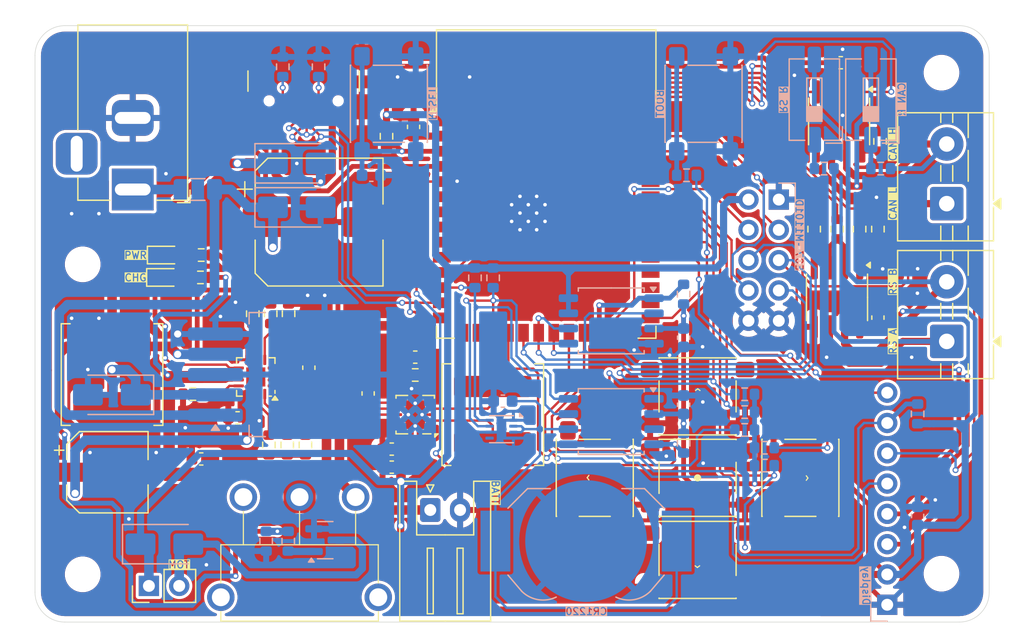
<source format=kicad_pcb>
(kicad_pcb (version 20241229) (generator "pcbnew") (generator_version "9.0")
  (layers (0 "F.Cu" signal) (2 "B.Cu" signal) (13 "F.Paste" user) (15 "B.Paste" user) (5 "F.SilkS" user "F.Silkscreen") (7 "B.SilkS" user "B.Silkscreen") (1 "F.Mask" user) (3 "B.Mask" user) (25 "Edge.Cuts" user))
  (net 0 "")
  (net 1 "/VBAT")
  (net 2 "GND")
  (net 3 "+5V")
  (net 4 "Net-(D1-K)")
  (net 5 "Net-(J4-Pin_1)")
  (net 6 "+3V3")
  (net 7 "Net-(SW3-B)")
  (net 8 "Net-(U4-EN)")
  (net 9 "Net-(U8-EN)")
  (net 10 "/VBUS")
  (net 11 "Net-(D3-A)")
  (net 12 "Net-(D4-K)")
  (net 13 "Net-(D4-A)")
  (net 14 "Net-(D5-A)")
  (net 15 "Net-(D6-K)")
  (net 16 "Net-(F1-Pad1)")
  (net 17 "Net-(J2-CC1)")
  (net 19 "Net-(J2-CC2)")
  (net 21 "/USB_D-")
  (net 22 "/USB_D+")
  (net 23 "/RS_B")
  (net 24 "/RS_A")
  (net 25 "/CAN_H")
  (net 26 "/CAN_L")
  (net 27 "/TFT_DC")
  (net 28 "/MOSI")
  (net 29 "/TFT_RST")
  (net 30 "/~{TFT_CS}")
  (net 31 "/TFT_BL")
  (net 32 "/CLK")
  (net 33 "/TXD0")
  (net 34 "/RXD0")
  (net 35 "/CAN_Tx")
  (net 36 "/CAN_Rx")
  (net 37 "/SW_OK")
  (net 38 "/SW_UP")
  (net 39 "/SW_DWN")
  (net 40 "/SW_LEF")
  (net 41 "/SW_RIG")
  (net 42 "/~{MEM_CS}")
  (net 43 "/RF_CS")
  (net 44 "/RF_GDO2")
  (net 45 "/RF_GDO0")
  (net 46 "/VIB_MOT")
  (net 47 "/~{DS_RST}")
  (net 48 "/RS_RE{slash}DE")
  (net 49 "/SDA")
  (net 50 "/SCL")
  (net 51 "/MISO")
  (net 52 "/RS_Tx")
  (net 53 "/RS_Rx")
  (net 54 "Net-(U4-L1)")
  (net 55 "Net-(U4-L2)")
  (net 56 "Net-(Q1-G)")
  (net 57 "Net-(U1-ITERM)")
  (net 58 "Net-(U1-~{CE})")
  (net 59 "Net-(U1-EN1)")
  (net 60 "Net-(U1-EN2)")
  (net 61 "Net-(U1-ILIM)")
  (net 62 "Net-(U1-ISET)")
  (net 63 "Net-(U1-TS)")
  (net 64 "Net-(U3-RO)")
  (net 65 "Net-(U3-DE)")
  (net 66 "Net-(U3-DI)")
  (net 67 "Net-(U6-Rs)")
  (net 68 "Net-(R29-Pad2)")
  (net 69 "Net-(U8-IO0)")
  (net 70 "Net-(R34-Pad2)")
  (net 71 "Net-(R35-Pad2)")
  (net 83 "Net-(SW3-C)")
  (footprint "Inductor_SMD:L_Coilcraft_XAL7020-102" (layer "F.Cu") (at 138.48 81.82 90)
    (property "Reference" "L2" (hide yes))
    (property "Value" "2.2uH")
  )
  (footprint "Capacitor_SMD:C_0603_1608Metric" (layer "F.Cu") (at 131.84 57.695 -90)
    (property "Reference" "C16" (hide yes))
    (property "Value" "100nF")
  )
  (footprint "TerminalBlock:TerminalBlock_MaiXu_MX126-5.0-02P_1x02_P5.00mm" (layer "F.Cu") (at 176.54 64.13 90)
    (property "Reference" "J5" (hide yes))
    (property "Value" "CAN_Port")
  )
  (footprint "Capacitor_SMD:C_0603_1608Metric" (layer "F.Cu") (at 117.085 82.085)
    (property "Reference" "C1" (hide yes))
    (property "Value" "100nF")
  )
  (footprint "Resistor_SMD:R_0603_1608Metric" (layer "F.Cu") (at 119.86 73.36 -90)
    (property "Reference" "R4" (hide yes))
    (property "Value" "10k")
  )
  (footprint "Package_SO:SOIC-8_3.9x4.9mm_P1.27mm" (layer "F.Cu") (at 167.515 57.24 -90)
    (property "Reference" "U6" (hide yes))
    (property "Value" "SN65HVD230")
  )
  (footprint "SS-12:SS-12D11" (layer "F.Cu") (at 122.28 92.93 180)
    (property "Reference" "SW3" (hide yes))
    (property "Value" "SW_SPDT")
  )
  (footprint "Resistor_SMD:R_0603_1608Metric" (layer "F.Cu") (at 131.98 78.495)
    (property "Reference" "R20" (hide yes))
    (property "Value" "10k")
  )
  (footprint "Package_SON:Texas_DRC0010J_ThermalVias" (layer "F.Cu") (at 131.9775 81.82 180)
    (property "Reference" "U4" (hide yes))
    (property "Value" "TPS63001")
  )
  (footprint "Resistor_SMD:R_0603_1608Metric" (layer "F.Cu") (at 167.345 66.265 -90)
    (property "Reference" "R18" (hide yes))
    (property "Value" "270")
  )
  (footprint "Capacitor_SMD:C_0603_1608Metric" (layer "F.Cu") (at 130.01 84.71)
    (property "Reference" "C10" (hide yes))
    (property "Value" "10uF")
  )
  (footprint "Inductor_SMD:L_Coilcraft_XAL7020-102" (layer "F.Cu") (at 106.56 78.46 90)
    (property "Reference" "L1" (hide yes))
    (property "Value" "33uH")
  )
  (footprint "Resistor_SMD:R_0603_1608Metric" (layer "F.Cu") (at 122.77125 84.36 -90)
    (property "Reference" "R11" (hide yes))
    (property "Value" "10k")
  )
  (footprint "Resistor_SMD:R_0603_1608Metric" (layer "F.Cu") (at 169.235 66.265 -90)
    (property "Reference" "R17" (hide yes))
    (property "Value" "330")
  )
  (footprint "RF_Module:ESP32-S3-WROOM-1" (layer "F.Cu") (at 142.96 62.46)
    (property "Reference" "U8" (hide yes))
    (property "Value" "ESP32-S3-WROOM-1")
  )
  (footprint "Resistor_SMD:R_0603_1608Metric" (layer "F.Cu") (at 114.035 68.44)
    (property "Reference" "R14" (hide yes))
    (property "Value" "1k")
  )
  (footprint "Button_Switch_SMD:SW_SPST_PTS645Sx43SMTR92" (layer "F.Cu") (at 147.03 87.12 -90)
    (property "Reference" "SW5" (hide yes))
    (property "Value" "LEFT")
  )
  (footprint "Capacitor_SMD:CP_Elec_6.3x7.7" (layer "F.Cu") (at 106.17 86.65)
    (property "Reference" "C5" (hide yes))
    (property "Value" "220uF")
  )
  (footprint "Resistor_SMD:R_0603_1608Metric" (layer "F.Cu") (at 119.71 84.36 90)
    (property "Reference" "R1" (hide yes))
    (property "Value" "10k")
  )
  (footprint "Button_Switch_SMD:SW_SPST_PTS645Sx43SMTR92" (layer "F.Cu") (at 164.27 87.12 90)
    (property "Reference" "SW4" (hide yes))
    (property "Value" "RIGHT")
  )
  (footprint "MountingHole:MountingHole_2.7mm_M2.5" (layer "F.Cu") (at 176.1 53.15)
    (property "Reference" "H3" (hide yes))
    (property "Value" "MountingHole_Pad")
  )
  (footprint "Capacitor_SMD:C_0603_1608Metric" (layer "F.Cu") (at 170.77 73.685 -90)
    (property "Reference" "C4" (hide yes))
    (property "Value" "100nF")
  )
  (footprint "Resistor_SMD:R_0603_1608Metric" (layer "F.Cu") (at 121.24625 84.36 90)
    (property "Reference" "R6" (hide yes))
    (property "Value" "1k")
  )
  (footprint "Package_SO:SOIC-8_3.9x4.9mm_P1.27mm" (layer "F.Cu") (at 167.34 71.985 -90)
    (property "Reference" "U3" (hide yes))
    (property "Value" "MAX3485")
  )
  (footprint "LED_SMD:LED_0603_1608Metric" (layer "F.Cu") (at 110.9475 70.315)
    (property "Reference" "D4" (hide yes))
    (property "Value" "LED")
  )
  (footprint "Capacitor_SMD:C_0603_1608Metric" (layer "F.Cu") (at 114.035 85.535)
    (property "Reference" "C6" (hide yes))
    (property "Value" "10uF")
  )
  (footprint "Resistor_SMD:R_0603_1608Metric" (layer "F.Cu") (at 129.57 58.48 -90)
    (property "Reference" "R33" (hide yes))
    (property "Value" "100k")
  )
  (footprint "Capacitor_SMD:CP_Elec_10x12.5" (layer "F.Cu") (at 123.9175 65.675)
    (property "Reference" "C2" (hide yes))
    (property "Value" "680uF")
  )
  (footprint "MountingHole:MountingHole_2.7mm_M2.5" (layer "F.Cu") (at 176.1 95.155)
    (property "Reference" "H4" (hide yes))
    (property "Value" "MountingHole_Pad")
  )
  (footprint "MountingHole:MountingHole_2.7mm_M2.5" (layer "F.Cu") (at 104.1 69.22)
    (property "Reference" "H1" (hide yes))
    (property "Value" "MountingHole_Pad")
  )
  (footprint "Resistor_SMD:R_0603_1608Metric" (layer "F.Cu") (at 113.9725 70.315)
    (property "Reference" "R12" (hide yes))
    (property "Value" "1k")
  )
  (footprint "Capacitor_SMD:C_0603_1608Metric" (layer "F.Cu") (at 123.06 77.885 90)
    (property "Reference" "C3" (hide yes))
    (property "Value" "10uF")
  )
  (footprint "Connector_BarrelJack:BarrelJack_Horizontal" (layer "F.Cu") (at 108.295 62.945 -90)
    (property "Reference" "J1" (hide yes))
    (property "Value" "Jack-DC")
  )
  (footprint "Resistor_SMD:R_0603_1608Metric" (layer "F.Cu") (at 113.335 80.0975)
    (property "Reference" "R5" (hide yes))
    (property "Value" "1k")
  )
  (footprint "Button_Switch_SMD:SW_SPST_PTS645Sx43SMTR92" (layer "F.Cu") (at 155.65 80.29 180)
    (property "Reference" "SW1" (hide yes))
    (property "Value" "UP")
  )
  (footprint "Capacitor_SMD:C_0603_1608Metric" (layer "F.Cu") (at 131.98 77)
    (property "Reference" "C7" (hide yes))
    (property "Value" "10uF")
  )
  (footprint "Package_DFN_QFN:VQFN-16-1EP_3x3mm_P0.5mm_EP1.6x1.6mm" (layer "F.Cu") (at 118.61 78.66 180)
    (property "Reference" "U1" (hide yes))
    (property "Value" "BQ24074RGT")
  )
  (footprint "Capacitor_SMD:C_0603_1608Metric" (layer "F.Cu") (at 167.655 52.315 180)
    (property "Reference" "C13" (hide yes))
    (property "Value" "100nF")
  )
  (footprint "Resistor_SMD:R_0603_1608Metric" (layer "F.Cu") (at 170.95 58.91 90)
    (property "Reference" "R26" (hide yes))
    (property "Value" "10k")
  )
  (footprint "Connector_PinHeader_2.54mm:PinHeader_1x02_P2.54mm_Vertical" (layer "F.Cu") (at 109.65 96.18 90)
    (property "Reference" "M1" (hide yes))
    (property "Value" "Motor_DC")
  )
  (footprint "Button_Switch_SMD:SW_SPST_PTS645Sx43SMTR92" (layer "F.Cu") (at 155.65 94 180)
    (property "Reference" "SW2" (hide yes))
    (property "Value" "DOWN")
  )
  (footprint "Connector_USB:USB_C_Receptacle_GCT_USB4105-xx-A_16P_TopMnt_Horizontal" (layer "F.Cu") (at 122.625 52.905 180)
    (property "Reference" "J2" (hide yes))
    (property "Value" "USB_C_Receptacle")
  )
  (footprint "Resistor_SMD:R_0603_1608Metric" (layer "F.Cu") (at 165.425 66.265 -90)
    (property "Reference" "R19" (hide yes))
    (property "Value" "270")
  )
  (footprint "Resistor_SMD:R_0603_1608Metric" (layer "F.Cu") (at 121.36 73.36 -90)
    (property "Reference" "R2" (hide yes))
    (property "Value" "10k")
  )
  (footprint "Resistor_SMD:R_0603_1608Metric" (layer "F.Cu") (at 118.36 73.36 -90)
    (property "Reference" "R3" (hide yes))
    (property "Value" "10k")
  )
  (footprint "MountingHole:MountingHole_2.7mm_M2.5" (layer "F.Cu") (at 104.1 95.21)
    (property "Reference" "H2" (hide yes))
    (property "Value" "MountingHole_Pad")
  )
  (footprint "Resistor_SMD:R_0603_1608Metric" (layer "F.Cu") (at 170.77 66.265 90)
    (property "Reference" "R22" (hide yes))
    (property "Value" "680")
  )
  (footprint "TerminalBlock:TerminalBlock_MaiXu_MX126-5.0-02P_1x02_P5.00mm" (layer "F.Cu") (at 176.54 75.68 90)
    (property "Reference" "J3" (hide yes))
    (property "Value" "RS_Port")
  )
  (footprint "LED_SMD:LED_0603_1608Metric" (layer "F.Cu") (at 111.01 68.44)
    (property "Reference" "D5" (hide yes))
    (property "Value" "LED")
  )
  (footprint "Connector_JST:JST_XH_S2B-XH-A_1x02_P2.50mm_Horizontal" (layer "F.Cu") (at 133.24 89.815)
    (property "Reference" "J4" (hide yes))
    (property "Value" "Batt_Port")
  )
  (footprint "Capacitor_SMD:C_0603_1608Metric" (layer "F.Cu") (at 130.01 86.22)
    (property "Reference" "C11" (hide yes))
    (property "Value" "10uF")
  )
  (footprint "Capacitor_SMD:C_0603_1608Metric" (layer "F.Cu") (at 128.03 80.045 -90)
    (property "Reference" "C8" (hide yes))
    (property "Value" "100nF")
  )
  (footprint "Button_Switch_SMD:SW_SPST_PTS645Sx43SMTR92" (layer "F.Cu") (at 155.65 87.12 180)
    (property "Reference" "SW6" (hide yes))
    (property "Value" "OK")
  )
  (footprint "Resistor_SMD:R_0603_1608Metric" (layer "B.Cu") (at 166.265 61.19 180)
    (property "Reference" "R35" (hide yes))
    (property "Value" "120")
  )
  (footprint "Resistor_SMD:R_0603_1608Metric" (layer "B.Cu") (at 159.6 80.11 180)
    (property "Reference" "R13" (hide yes))
    (property "Value" "100k")
  )
  (footprint "Resistor_SMD:R_0603_1608Metric" (layer "B.Cu") (at 159.6 81.605 180)
    (property "Reference" "R23" (hide yes))
    (property "Value" "100k")
  )
  (footprint "Package_SO:SOIC-8_5.3x5.3mm_P1.27mm" (layer "B.Cu") (at 148.41 73.96 180)
    (property "Reference" "U9" (hide yes))
    (property "Value" "W25Q16JVSS")
  )
  (footprint "Capacitor_SMD:C_0603_1608Metric" (layer "B.Cu") (at 174.1 90.315 -90)
    (property "Reference" "C12" (hide yes))
    (property "Value" "100nF")
  )
  (footprint "Button_Switch_SMD:SW_DIP_SPSTx01_Slide_6.7x4.1mm_W6.73mm_P2.54mm_LowProfile_JPin" (layer "B.Cu") (at 165.44 55.41 90)
    (property "Reference" "SW10" (hide yes))
    (property "Value" "SW_DIP_x01")
  )
  (footprint "Resistor_SMD:R_0603_1608Metric" (layer "B.Cu") (at 171.005 61.19 180)
    (property "Reference" "R34" (hide yes))
    (property "Value" "120")
  )
  (footprint "Resistor_SMD:R_0603_1608Metric" (layer "B.Cu") (at 136.985 70.35 -90)
    (property "Reference" "R27" (hide yes))
    (property "Value" "10k")
  )
  (footprint "Package_TO_SOT_SMD:SOT-23" (layer "B.Cu") (at 124.43 92.3425)
    (property "Reference" "Q1" (hide yes))
    (property "Value" "AO3400A")
  )
  (footprint "Button_Switch_SMD:SW_SPST_PTS645Sx43SMTR92" (layer "B.Cu") (at 156.15 55.76 90)
    (property "Reference" "SW8" (hide yes))
    (property "Value" "BOOT")
  )
  (footprint "Package_TO_SOT_SMD:TO-263-5_TabPin3" (layer "B.Cu") (at 122.875 78.46)
    (property "Reference" "U2" (hide yes))
    (property "Value" "LM2596S-5")
  )
  (footprint "Resistor_SMD:R_0603_1608Metric" (layer "B.Cu") (at 174.1 81.755 -90)
    (property "Reference" "R25" (hide yes))
    (property "Value" "10k")
  )
  (footprint "Diode_SMD:D_SMA" (layer "B.Cu") (at 122.05 60.75)
    (property "Reference" "D2" (hide yes))
    (property "Value" "1N5824")
  )
  (footprint "Resistor_SMD:R_0603_1608Metric" (layer "B.Cu") (at 161.25 86.09)
    (property "Reference" "R15" (hide yes))
    (property "Value" "100k")
  )
  (footprint "Connector_PinHeader_2.54mm:PinHeader_1x08_P2.54mm_Vertical" (layer "B.Cu") (at 171.55 97.76)
    (property "Reference" "J6" (hide yes))
    (property "Value" "Conn_01x08")
  )
  (footprint "Capacitor_SMD:C_0603_1608Metric" (layer "B.Cu") (at 139.3275 80.69 180)
    (property "Reference" "C14" (hide yes))
    (property "Value" "100nF")
  )
  (footprint "Resistor_SMD:R_0603_1608Metric" (layer "B.Cu") (at 154.48 84.215 -90)
    (property "Reference" "R21" (hide yes))
    (property "Value" "10k")
  )
  (footprint "Resistor_SMD:R_0603_1608Metric" (layer "B.Cu") (at 154.725 61.75 180)
    (property "Reference" "R29" (hide yes))
    (property "Value" "470")
  )
  (footprint "Capacitor_SMD:C_0603_1608Metric" (layer "B.Cu") (at 154.48 75.37 90)
    (property "Reference" "C17" (hide yes))
    (property "Value" "100nF")
  )
  (footprint "Package_SO:SOIC-8_5.3x5.3mm_P1.27mm" (layer "B.Cu") (at 148.41 82.4 180)
    (property "Reference" "U5" (hide yes))
    (property "Value" "DS3231MZ")
  )
  (footprint "Capacitor_SMD:C_0603_1608Metric" (layer "B.Cu") (at 154.48 80.99 -90)
    (property "Reference" "C9" (hide yes))
    (property "Value" "100nF")
  )
  (footprint "Connector_PinHeader_2.54mm:PinHeader_2x05_P2.54mm_Vertical" (layer "B.Cu") (at 162.46 63.79 180)
    (property "Reference" "J7" (hide yes))
    (property "Value" "E07-M1101D-SMA" (hide yes))
  )
  (footprint "Battery:BatteryHolder_LINX_BAT-HLD-012-SMT" (layer "B.Cu") (at 146.3 92.42 180)
    (property "Reference" "BT1" (hide yes))
    (property "Value" "Battery_Cell")
  )
  (footprint "Diode_SMD:D_SMA" (layer "B.Cu") (at 106.5375 80.16 180)
    (property "Reference" "D6" (hide yes))
    (property "Value" "1N5824")
  )
  (footprint "Resistor_SMD:R_0603_1608Metric" (layer "B.Cu") (at 123.875 52.655 -90)
    (property "Reference" "R8" (hide yes))
    (property "Value" "5k1")
  )
  (footprint "Resistor_SMD:R_0603_1608Metric" (layer "B.Cu") (at 138.51 70.35 -90)
    (property "Reference" "R28" (hide yes))
    (property "Value" "10k")
  )
  (footprint "Button_Switch_SMD:SW_SPST_PTS645Sx43SMTR92" (layer "B.Cu") (at 129.77 55.76 90)
    (property "Reference" "SW7" (hide yes))
    (property "Value" "RST")
  )
  (footprint "Resistor_SMD:R_0603_1608Metric" (layer "B.Cu") (at 121.33 92.43 90)
    (property "Reference" "R10" (hide yes))
    (property "Value" "180")
  )
  (footprint "Resistor_SMD:R_0603_1608Metric" (layer "B.Cu") (at 119.48 92.43 -90)
    (property "Reference" "R7" (hide yes))
    (property "Value" "10k")
  )
  (footprint "Capacitor_SMD:C_0603_1608Metric" (layer "B.Cu") (at 128.295 61.75 180)
    (property "Reference" "C15" (hide yes))
    (property "Value" "100nF")
  )
  (footprint "Resistor_SMD:R_0603_1608Metric" (layer "B.Cu") (at 120.875 52.655 90)
    (property "Reference" "R9" (hide yes))
    (property "Value" "5k1")
  )
  (footprint "Resistor_SMD:R_0603_1608Metric" (layer "B.Cu") (at 159.6 83.1 180)
    (property "Reference" "R24" (hide yes))
    (property "Value" "100k")
  )
  (footprint "Resistor_SMD:R_0603_1608Metric" (layer "B.Cu") (at 161.25 84.595)
    (property "Reference" "R16" (hide yes))
    (property "Value" "100k")
  )
  (footprint "Package_DFN_QFN:DFN-8-1EP_2x2mm_P0.5mm_EP0.8x1.6mm" (layer "B.Cu") (at 139.21 83.04 180)
    (property "Reference" "U7" (hide yes))
    (property "Value" "MAX17048G_T10")
  )
  (footprint "Fuse:Fuse_1206_3216Metric" (layer "B.Cu") (at 113.75 62.945)
    (property "Reference" "F1" (hide yes))
    (property "Value" "1A")
  )
  (footprint "Diode_SMD:D_SMA" (layer "B.Cu") (at 110.9475 92.68)
    (property "Reference" "D3" (hide yes))
    (property "Value" "1N5824")
  )
  (footprint "Button_Switch_SMD:SW_DIP_SPSTx01_Slide_6.7x4.1mm_W6.73mm_P2.54mm_LowProfile_JPin" (layer "B.Cu") (at 170.18 55.41 90)
    (property "Reference" "SW9" (hide yes))
    (property "Value" "SW_DIP_x01")
  )
  (footprint "Resistor_SMD:R_0603_1608Metric" (layer "B.Cu") (at 154.48 71.72 90)
    (property "Reference" "R32" (hide yes))
    (property "Value" "10k")
  )
  (footprint "Diode_SMD:D_SMA" (layer "B.Cu") (at 122.05 64.44)
    (property "Reference" "D1" (hide yes))
    (property "Value" "1N5824")
  )
  (gr_circle (center 155.65 87.12) (end 155.9 87.12) (stroke (width 0.1)) (fill yes) (layer "F.SilkS"))
  (gr_line (start 180.1 51.71) (end 180.1 96.71) (stroke (width 0.05)) (layer "Edge.Cuts"))
  (gr_arc (start 102.6 99.21) (mid 100.832233 98.477767) (end 100.1 96.71) (stroke (width 0.05)) (layer "Edge.Cuts"))
  (gr_arc (start 180.1 96.71) (mid 179.367767 98.477767) (end 177.6 99.21) (stroke (width 0.05)) (layer "Edge.Cuts"))
  (gr_line (start 100.1 96.71) (end 100.1 51.71) (stroke (width 0.05)) (layer "Edge.Cuts"))
  (gr_arc (start 100.1 51.71) (mid 100.832233 49.942233) (end 102.6 49.21) (stroke (width 0.05)) (layer "Edge.Cuts"))
  (gr_line (start 177.6 99.21) (end 102.6 99.21) (stroke (width 0.05)) (layer "Edge.Cuts"))
  (gr_line (start 102.6 49.21) (end 177.6 49.21) (stroke (width 0.05)) (layer "Edge.Cuts"))
  (gr_arc (start 177.6 49.21) (mid 179.367767 49.942233) (end 180.1 51.71) (stroke (width 0.05)) (layer "Edge.Cuts"))
  (gr_text "PWR" (at 107.521428 68.8135 0) (layer "F.SilkS" knockout) (effects (font (size 0.6 0.6) (thickness 0.1)) (justify left bottom)))
  (gr_text "MOT" (at 111.214286 94.75 0) (layer "F.SilkS" knockout) (effects (font (size 0.6 0.6) (thickness 0.1)) (justify left bottom)))
  (gr_text "^" (at 155.985715 93.4605 180) (layer "F.SilkS") (effects (font (size 1 1) (thickness 0.1)) (justify left bottom)))
  (gr_text "CAN L" (at 172.39 65.562857 90) (layer "F.SilkS" knockout) (effects (font (size 0.6 0.6) (thickness 0.1)) (justify left bottom)))
  (gr_text "CAN H" (at 172.39 60.634286 90) (layer "F.SilkS" knockout) (effects (font (size 0.6 0.6) (thickness 0.1)) (justify left bottom)))
  (gr_text "CHG" (at 107.55 70.6885 0) (layer "F.SilkS" knockout) (effects (font (size 0.6 0.6) (thickness 0.1)) (justify left bottom)))
  (gr_text "^" (at 155.314286 80.8295 0) (layer "F.SilkS") (effects (font (size 1 1) (thickness 0.1)) (justify left bottom)))
  (gr_text "RS A" (at 172.39 76.841429 90) (layer "F.SilkS" knockout) (effects (font (size 0.6 0.6) (thickness 0.1)) (justify left bottom)))
  (gr_text "^" (at 163.7305 86.784286 270) (layer "F.SilkS") (effects (font (size 1 1) (thickness 0.1)) (justify left bottom)))
  (gr_text "^" (at 147.5695 87.455715 90) (layer "F.SilkS") (effects (font (size 1 1) (thickness 0.1)) (justify left bottom)))
  (gr_text "RS B" (at 172.39 71.884286 90) (layer "F.SilkS" knockout) (effects (font (size 0.6 0.6) (thickness 0.1)) (justify left bottom)))
  (gr_text "BATT" (at 138.35 87.25 270) (layer "F.SilkS" knockout) (effects (font (size 0.6 0.6) (thickness 0.1)) (justify left bottom)))
  (gr_text "RS R" (at 162.48 56.614286 -90) (layer "B.SilkS" knockout) (effects (font (size 0.6 0.6) (thickness 0.1)) (justify left bottom mirror)))
  (gr_text "CAN R" (at 173.13 53.92 90) (layer "B.SilkS" knockout) (effects (font (size 0.6 0.6) (thickness 0.1)) (justify left bottom mirror)))
  (gr_text "Display" (at 169.43 97.86 270) (layer "B.SilkS" knockout) (effects (font (size 0.6 0.6) (thickness 0.1)) (justify left bottom mirror)))
  (gr_text "RESET" (at 133.06 57.207143 270) (layer "B.SilkS" knockout) (effects (font (size 0.6 0.6) (thickness 0.1)) (justify left bottom mirror)))
  (gr_text "BOOT" (at 152.86 54.512858 90) (layer "B.SilkS" knockout) (effects (font (size 0.6 0.6) (thickness 0.1)) (justify left bottom mirror)))
  (gr_text "E07-M1101D" (at 163.82 69.83 270) (layer "B.SilkS" knockout) (effects (font (size 0.6 0.6) (thickness 0.1)) (justify left bottom mirror)))
  (gr_text "CR1220" (at 148.132858 98.67 0) (layer "B.SilkS" knockout) (effects (font (size 0.6 0.6) (thickness 0.1)) (justify left bottom mirror)))
  (segment (start 139.64 98.02) (end 138.7 97.08) (width 0.2) (layer "B.Cu") (net 1))
  (segment (start 142.44 83.035) (end 142.18 83.035) (width 0.2) (layer "B.Cu") (net 1))
  (segment (start 142.18 83.035) (end 141.115 83.035) (width 0.2) (layer "B.Cu") (net 1))
  (segment (start 142.43 82.74) (end 142.43 82.785) (width 0.2) (layer "B.Cu") (net 1))
  (segment (start 144.8225 83.035) (end 142.68 83.035) (width 0.2) (layer "B.Cu") (net 1))
  (segment (start 153.04 98.02) (end 139.64 98.02) (width 0.2) (layer "B.Cu") (net 1))
  (segment (start 140.86 83.29) (end 141.005 83.145) (width 0.2) (layer "B.Cu") (net 1))
  (segment (start 141.005 83.145) (end 141.115 83.035) (width 0.2) (layer "B.Cu") (net 1))
  (segment (start 142.68 83.04) (end 142.44 83.28) (width 0.2) (layer "B.Cu") (net 1))
  (segment (start 142.08 80.69) (end 142.43 81.04) (width 0.2) (layer "B.Cu") (net 1))
  (segment (start 141.005 82.925) (end 141.005 83.145) (width 0.2) (layer "B.Cu") (net 1))
  (segment (start 140.995 82.915) (end 140.87 82.79) (width 0.2) (layer "B.Cu") (net 1))
  (segment (start 142.68 83.035) (end 142.44 83.035) (width 0.2) (layer "B.Cu") (net 1))
  (segment (start 142.43 82.74) (end 142.43 83.025) (width 0.2) (layer "B.Cu") (net 1))
  (segment (start 142.43 82.785) (end 142.18 83.035) (width 0.2) (layer "B.Cu") (net 1))
  (segment (start 138.7 92.42) (end 138.7 88.97) (width 0.2) (layer "B.Cu") (net 1))
  (segment (start 153.9 97.16) (end 153.04 98.02) (width 0.2) (layer "B.Cu") (net 1))
  (segment (start 142.18 83.035) (end 142.195 83.035) (width 0.2) (layer "B.Cu") (net 1))
  (segment (start 142.43 82.785) (end 142.68 83.035) (width 0.2) (layer "B.Cu") (net 1))
  (segment (start 142.195 83.035) (end 142.44 83.28) (width 0.2) (layer "B.Cu") (net 1))
  (segment (start 140.995 82.915) (end 141.005 82.925) (width 0.2) (layer "B.Cu") (net 1))
  (segment (start 142.44 85.23) (end 142.44 83.28) (width 0.2) (layer "B.Cu") (net 1))
  (segment (start 140.1025 80.69) (end 142.08 80.69) (width 0.2) (layer "B.Cu") (net 1))
  (segment (start 142.43 83.025) (end 142.44 83.035) (width 0.2) (layer "B.Cu") (net 1))
  (segment (start 140.21 83.29) (end 140.86 83.29) (width 0.2) (layer "B.Cu") (net 1))
  (segment (start 142.68 83.035) (end 142.68 83.04) (width 0.2) (layer "B.Cu") (net 1))
  (segment (start 142.43 81.04) (end 142.43 82.74) (width 0.2) (layer "B.Cu") (net 1))
  (segment (start 138.7 88.97) (end 142.44 85.23) (width 0.2) (layer "B.Cu") (net 1))
  (segment (start 141.115 83.035) (end 140.995 82.915) (width 0.2) (layer "B.Cu") (net 1))
  (segment (start 142.44 83.28) (end 142.44 83.035) (width 0.2) (layer "B.Cu") (net 1))
  (segment (start 153.9 92.42) (end 153.9 97.16) (width 0.2) (layer "B.Cu") (net 1))
  (segment (start 138.7 97.08) (end 138.7 92.42) (width 0.2) (layer "B.Cu") (net 1))
  (segment (start 140.87 82.79) (end 140.21 82.79) (width 0.2) (layer "B.Cu") (net 1))
  (segment (start 118.36 80.0975) (end 118.36 81.15) (width 0.2) (layer "F.Cu") (net 2))
  (segment (start 118.36 81.15) (end 118.75 81.54) (width 0.2) (layer "F.Cu") (net 2))
  (segment (start 168.15 54.765) (end 168.15 52.595) (width 0.3) (layer "F.Cu") (net 2))
  (segment (start 131.9775 79.9475) (end 131.67 79.64) (width 0.3) (layer "F.Cu") (net 2))
  (segment (start 131.9775 80.87) (end 131.9775 79.9475) (width 0.3) (layer "F.Cu") (net 2))
  (segment (start 133.3775 81.82) (end 132.5525 81.82) (width 0.2) (layer "F.Cu") (net 2))
  (segment (start 168.15 52.595) (end 168.43 52.315) (width 0.3) (layer "F.Cu") (net 2))
  (segment (start 131.4775 82.32) (end 131.9775 81.82) (width 0.2) (layer "F.Cu") (net 2))
  (segment (start 171.55 97.76) (end 170.25 96.46) (width 0.4) (layer "F.Cu") (net 2))
  (segment (start 130.5775 82.32) (end 131.4775 82.32) (width 0.2) (layer "F.Cu") (net 2))
  (via (at 112.7 82.92) (size 0.5) (drill 0.3) (layers "F.Cu" "B.Cu") (net 2))
  (via (at 150.33 76.4) (size 0.5) (drill 0.3) (layers "F.Cu" "B.Cu") (net 2))
  (via (at 156.09 80.76) (size 0.5) (drill 0.3) (layers "F.Cu" "B.Cu") (net 2))
  (via (at 166.47 77.01) (size 0.5) (drill 0.3) (layers "F.Cu" "B.Cu") (net 2))
  (via (at 107.97 90.57) (size 0.5) (drill 0.3) (layers "F.Cu" "B.Cu") (net 2))
  (via (at 131.67 79.64) (size 0.5) (drill 0.3) (layers "F.Cu" "B.Cu") (net 2))
  (via (at 130.5 53.51) (size 0.5) (drill 0.3) (layers "F.Cu" "B.Cu") (net 2))
  (via (at 136.54 53.51) (size 0.5) (drill 0.3) (layers "F.Cu" "B.Cu") (net 2))
  (via (at 114.47 94.41) (size 0.5) (drill 0.3) (layers "F.Cu" "B.Cu") (net 2))
  (via (at 104.53 78.04) (size 0.5) (drill 0.3) (layers "F.Cu" "B.Cu") (net 2))
  (via (at 105.46 73.74) (size 0.5) (drill 0.3) (layers "F.Cu" "B.Cu") (net 2))
  (via (at 167.81 51.19) (size 0.5) (drill 0.3) (layers "F.Cu" "B.Cu") (net 2))
  (via (at 122.05 60.76) (size 0.5) (drill 0.3) (layers "F.Cu" "B.Cu") (net 2))
  (via (at 174.1 69.59) (size 0.5) (drill 0.3) (layers "F.Cu" "B.Cu") (net 2))
  (via (at 163.77 53.37) (size 0.5) (drill 0.3) (layers "F.Cu" "B.Cu") (net 2))
  (via (at 156.12 85.89) (size 0.5) (drill 0.3) (layers "F.Cu" "B.Cu") (net 2))
  (via (at 156.07 76.13) (size 0.5) (drill 0.3) (layers "F.Cu" "B.Cu") (net 2))
  (via (at 170.65 63.6) (size 0.5) (drill 0.3) (layers "F.Cu" "B.Cu") (net 2))
  (via (at 112.06 75.06) (size 0.8) (drill 0.6) (layers "F.Cu" "B.Cu") (net 2))
  (via (at 115.65 73.59) (size 0.5) (drill 0.3) (layers "F.Cu" "B.Cu") (net 2))
  (via (at 153.03 85.3) (size 0.5) (drill 0.3) (layers "F.Cu" "B.Cu") (net 2))
  (via (at 118.91 82.33) (size 0.5) (drill 0.3) (layers "F.Cu" "B.Cu") (net 2))
  (via (at 167.81 56.73) (size 0.5) (drill 0.3) (layers "F.Cu" "B.Cu") (net 2))
  (via (at 124.39 71.82) (size 0.5) (drill 0.3) (layers "F.Cu" "B.Cu") (net 2))
  (via (at 173.6 77.01) (size 0.5) (drill 0.3) (layers "F.Cu" "B.Cu") (net 2))
  (via (at 171.17 69.6) (size 0.5) (drill 0.3) (layers "F.Cu" "B.Cu") (net 2))
  (via (at 175.58 88.97) (size 0.5) (drill 0.3) (layers "F.Cu" "B.Cu") (net 2))
  (via (at 153.3 76.84) (size 0.5) (drill 0.3) (layers "F.Cu" "B.Cu") (net 2))
  (via (at 103.17 64.97) (size 0.5) (drill 0.3) (layers "F.Cu" "B.Cu") (net 2))
  (via (at 173 91.27) (size 0.5) (drill 0.3) (layers "F.Cu" "B.Cu") (net 2))
  (via (at 116.3 82.95) (size 0.5) (drill 0.3) (layers "F.Cu" "B.Cu") (net 2))
  (via (at 135.49 62.25) (size 0.5) (drill 0.3) (layers "F.Cu" "B.Cu") (net 2))
  (via (at 110.26 85) (size 0.5) (drill 0.3) (layers "F.Cu" "B.Cu") (net 2))
  (via (at 104.71 85) (size 0.5) (drill 0.3) (layers "F.Cu" "B.Cu") (net 2))
  (via (at 111.08 61.62) (size 0.5) (drill 0.3) (layers "F.Cu" "B.Cu") (net 2))
  (via (at 105.46 64.97) (size 0.5) (drill 0.3) (layers "F.Cu" "B.Cu") (net 2))
  (via (at 174.08 71.64) (size 0.5) (drill 0.3) (layers "F.Cu" "B.Cu") (net 2))
  (via (at 103.17 73.74) (size 0.5) (drill 0.3) (layers "F.Cu" "B.Cu") (net 2))
  (via (at 122.96 71.82) (size 0.5) (drill 0.3) (layers "F.Cu" "B.Cu") (net 2))
  (via (at 116.91 72.4) (size 0.5) (drill 0.3) (layers "F.Cu" "B.Cu") (net 2))
  (segment (start 171.55 97.76) (end 172.84 96.47) (width 0.4) (layer "B.Cu") (net 2))
  (segment (start 153.785 76.84) (end 153.3 76.84) (width 0.3) (layer "B.Cu") (net 2))
  (segment (start 154.48 76.145) (end 153.785 76.84) (width 0.3) (layer "B.Cu") (net 2))
  (segment (start 113.315 76.76) (end 112.06 76.76) (width 0.4) (layer "F.Cu") (net 3))
  (segment (start 103.47 88.4) (end 103.47 86.65) (width 0.8) (layer "F.Cu") (net 3))
  (segment (start 102.16 81.82) (end 102.16 76.7) (width 0.8) (layer "F.Cu") (net 3))
  (segment (start 119.86 72.535) (end 119.86 71.71) (width 0.4) (layer "F.Cu") (net 3))
  (segment (start 117.07 60.75) (end 115.25 60.75) (width 0.8) (layer "F.Cu") (net 3))
  (segment (start 114.075 71.375) (end 113.7 71.75) (width 0.4) (layer "F.Cu") (net 3))
  (segment (start 111.4 76.1) (end 112.06 76.76) (width 0.8) (layer "F.Cu") (net 3))
  (segment (start 103.47 83.13) (end 102.16 81.82) (width 0.8) (layer "F.Cu") (net 3))
  (segment (start 119.525 71.375) (end 114.075 71.375) (width 0.4) (layer "F.Cu") (net 3))
  (segment (start 115.25 60.75) (end 106.56 69.44) (width 0.8) (layer "F.Cu") (net 3))
  (segment (start 113.7 71.75) (end 113.7 76.375) (width 0.4) (layer "F.Cu") (net 3))
  (segment (start 106.56 69.44) (end 106.56 76.1) (width 0.8) (layer "F.Cu") (net 3))
  (segment (start 102.16 76.7) (end 102.76 76.1) (width 0.8) (layer "F.Cu") (net 3))
  (segment (start 103.46 88.41) (end 103.47 88.4) (width 0.8) (layer "F.Cu") (net 3))
  (segment (start 117.86 82.085) (end 117.86 83.96) (width 0.8) (layer "F.Cu") (net 3))
  (segment (start 103.47 86.65) (end 103.47 83.13) (width 0.8) (layer "F.Cu") (net 3))
  (segment (start 113.7 76.375) (end 113.315 76.76) (width 0.4) (layer "F.Cu") (net 3))
  (segment (start 119.86 71.71) (end 119.525 71.375) (width 0.4) (layer "F.Cu") (net 3))
  (segment (start 102.76 76.1) (end 106.56 76.1) (width 0.8) (layer "F.Cu") (net 3))
  (segment (start 106.56 76.1) (end 111.4 76.1) (width 0.8) (layer "F.Cu") (net 3))
  (via (at 112.06 76.76) (size 0.8) (drill 0.6) (layers "F.Cu" "B.Cu") (net 3))
  (via (at 103.46 88.41) (size 0.8) (drill 0.6) (layers "F.Cu" "B.Cu") (net 3))
  (via (at 117.07 60.75) (size 0.8) (drill 0.6) (layers "F.Cu" "B.Cu") (net 3))
  (via (at 117.86 83.96) (size 0.8) (drill 0.6) (layers "F.Cu" "B.Cu") (net 3))
  (segment (start 103.46 84.83) (end 104.33 83.96) (width 0.8) (layer "B.Cu") (net 3))
  (segment (start 103.46 88.41) (end 103.46 84.83) (width 0.8) (layer "B.Cu") (net 3))
  (segment (start 120.05 60.75) (end 117.07 60.75) (width 0.8) (layer "B.Cu") (net 3))
  (segment (start 112.06 76.76) (end 115.225 76.76) (width 0.8) (layer "B.Cu") (net 3))
  (segment (start 104.33 83.96) (end 117.86 83.96) (width 0.8) (layer "B.Cu") (net 3))
  (segment (start 120.04 65.9975) (end 119.7175 65.675) (width 0.8) (layer "F.Cu") (net 4))
  (segment (start 120.04 67.78) (end 120.04 65.9975) (width 0.8) (layer "F.Cu") (net 4))
  (via (at 120.04 67.78) (size 0.8) (drill 0.6) (layers "F.Cu" "B.Cu") (net 4))
  (segment (start 115.15 71.62) (end 115.15 62.945) (width 0.8) (layer "B.Cu") (net 4))
  (segment (start 114.17 72.6) (end 115.15 71.62) (width 0.8) (layer "B.Cu") (net 4))
  (segment (start 118.01 64.44) (end 120.05 64.44) (width 0.8) (layer "B.Cu") (net 4))
  (segment (start 102.13 81.16) (end 102.13 73.3) (width 0.8) (layer "B.Cu") (net 4))
  (segment (start 116.515 62.945) (end 118.01 64.44) (width 0.8) (layer "B.Cu") (net 4))
  (segment (start 102.83 72.6) (end 114.17 72.6) (width 0.8) (layer "B.Cu") (net 4))
  (segment (start 115.15 62.945) (end 116.515 62.945) (width 0.8) (layer "B.Cu") (net 4))
  (segment (start 120.05 67.77) (end 120.04 67.78) (width 0.8) (layer "B.Cu") (net 4))
  (segment (start 115.225 81.86) (end 102.83 81.86) (width 0.8) (layer "B.Cu") (net 4))
  (segment (start 120.05 64.44) (end 120.05 67.77) (width 0.8) (layer "B.Cu") (net 4))
  (segment (start 102.13 73.3) (end 102.83 72.6) (width 0.8) (layer "B.Cu") (net 4))
  (segment (start 102.83 81.86) (end 102.13 81.16) (width 0.8) (layer "B.Cu") (net 4))
  (segment (start 123.06 80.68) (end 123.06 78.66) (width 0.8) (layer "F.Cu") (net 5))
  (segment (start 124.54 89.45) (end 124.54 82.16) (width 0.8) (layer "F.Cu") (net 5))
  (segment (start 128.485 89.815) (end 127.76 90.54) (width 0.8) (layer "F.Cu") (net 5))
  (segment (start 124.54 82.16) (end 123.06 80.68) (width 0.8) (layer "F.Cu") (net 5))
  (segment (start 127.76 90.54) (end 125.63 90.54) (width 0.8) (layer "F.Cu") (net 5))
  (segment (start 125.63 90.54) (end 124.54 89.45) (width 0.8) (layer "F.Cu") (net 5))
  (segment (start 133.24 89.815) (end 128.485 89.815) (width 0.8) (layer "F.Cu") (net 5))
  (segment (start 159.24 52.61) (end 130.18 52.61) (width 0.4) (layer "F.Cu") (net 6))
  (segment (start 170.77 74.46) (end 169.245 74.46) (width 0.4) (layer "F.Cu") (net 6))
  (segment (start 132.02 98.21) (end 130.76 96.95) (width 0.6) (layer "F.Cu") (net 6))
  (segment (start 169.98 93.65) (end 171.55 95.22) (width 0.4) (layer "F.Cu") (net 6))
  (segment (start 130.785 86.22) (end 130.785 87.415) (width 0.8) (layer "F.Cu") (net 6))
  (segment (start 168.25 87.61) (end 169.98 89.34) (width 0.4) (layer "F.Cu") (net 6))
  (segment (start 130.18 52.61) (end 129.57 53.22) (width 0.4) (layer "F.Cu") (net 6))
  (segment (start 130.305 57.655) (end 131.12 58.47) (width 0.6) (layer "F.Cu") (net 6))
  (segment (start 160.44 87.61) (end 155.1 87.61) (width 0.4) (layer "F.Cu") (net 6))
  (segment (start 171.55 95.22) (end 168.39 95.22) (width 0.6) (layer "F.Cu") (net 6))
  (segment (start 166.88 54.765) (end 166.88 52.315) (width 0.4) (layer "F.Cu") (net 6))
  (segment (start 129.57 57.655) (end 130.305 57.655) (width 0.6) (layer "F.Cu") (net 6))
  (segment (start 131.12 58.47) (end 131.84 58.47) (width 0.6) (layer "F.Cu") (net 6))
  (segment (start 171.55 74.46) (end 172.86 73.15) (width 0.4) (layer "F.Cu") (net 6))
  (segment (start 154.48 86.99) (end 154.48 82.57) (width 0.4) (layer "F.Cu") (net 6))
  (segment (start 170.77 74.46) (end 171.55 74.46) (width 0.4) (layer "F.Cu") (net 6))
  (segment (start 169.98 89.34) (end 169.98 93.65) (width 0.4) (layer "F.Cu") (net 6))
  (segment (start 134.21 58.47) (end 131.84 58.47) (width 0.6) (layer "F.Cu") (net 6))
  (segment (start 130.785 87.415) (end 130.775 87.425) (width 0.8) (layer "F.Cu") (net 6))
  (segment (start 161.24 51.92) (end 159.93 51.92) (width 0.4) (layer "F.Cu") (net 6))
  (segment (start 160.44 87.61) (end 168.25 87.61) (width 0.4) (layer "F.Cu") (net 6))
  (segment (start 154.48 82.57) (end 154.48 73.53) (width 0.4) (layer "F.Cu") (net 6))
  (segment (start 166.88 52.315) (end 161.635 52.315) (width 0.4) (layer "F.Cu") (net 6))
  (segment (start 130.76 96.95) (end 130.76 91.14) (width 0.6) (layer "F.Cu") (net 6))
  (segment (start 165.4 98.21) (end 132.02 98.21) (width 0.6) (layer "F.Cu") (net 6))
  (segment (start 159.93 51.92) (end 159.24 52.61) (width 0.4) (layer "F.Cu") (net 6))
  (segment (start 155.1 87.61) (end 154.48 86.99) (width 0.4) (layer "F.Cu") (net 6))
  (segment (start 161.635 52.315) (end 161.24 51.92) (width 0.4) (layer "F.Cu") (net 6))
  (segment (start 168.39 95.22) (end 165.4 98.21) (width 0.6) (layer "F.Cu") (net 6))
  (segment (start 129.57 57.655) (end 129.57 56.67) (width 0.6) (layer "F.Cu") (net 6))
  (segment (start 129.57 53.22) (end 129.57 56.67) (width 0.4) (layer "F.Cu") (net 6))
  (via (at 130.775 87.425) (size 0.8) (drill 0.6) (layers "F.Cu" "B.Cu") (net 6))
  (via (at 129.57 56.67) (size 0.6) (drill 0.4) (layers "F.Cu" "B.Cu") (net 6))
  (via (at 172.86 73.15) (size 0.5) (drill 0.3) (layers "F.Cu" "B.Cu") (net 6))
  (via (at 154.48 82.57) (size 0.5) (drill 0.3) (layers "F.Cu" "B.Cu") (net 6))
  (via (at 154.48 73.53) (size 0.5) (drill 0.3) (layers "F.Cu" "B.Cu") (net 6))
  (via (at 160.44 87.61) (size 0.5) (drill 0.3) (layers "F.Cu" "B.Cu") (net 6))
  (via (at 130.76 91.14) (size 0.6) (drill 0.4) (layers "F.Cu" "B.Cu") (net 6))
  (segment (start 157.83 64.28) (end 158.32 63.79) (width 0.6) (layer "B.Cu") (net 6))
  (segment (start 144.8225 73.325) (end 144.8225 72.055) (width 0.4) (layer "B.Cu") (net 6))
  (segment (start 178.23 73.15) (end 178.93 73.85) (width 0.4) (layer "B.Cu") (net 6))
  (segment (start 132.515 87.425) (end 134.7 85.24) (width 0.6) (layer "B.Cu") (net 6))
  (segment (start 157.83 68.91) (end 157.83 64.28) (width 0.6) (layer "B.Cu") (net 6))
  (segment (start 126.575 85.075) (end 113.9 85.075) (width 0.6) (layer "B.Cu") (net 6))
  (segment (start 157.215 69.525) (end 157.83 68.91) (width 0.6) (layer "B.Cu") (net 6))
  (segment (start 130.775 87.425) (end 132.515 87.425) (width 0.6) (layer "B.Cu") (net 6))
  (segment (start 160.44 87.61) (end 160.44 86.105) (width 0.4) (layer "B.Cu") (net 6))
  (segment (start 135.905 69.525) (end 134.775 69.525) (width 0.6) (layer "B.Cu") (net 6))
  (segment (start 144.83 69.525) (end 145.38 69.525) (width 0.6) (layer "B.Cu") (net 6))
  (segment (start 135.34 70.09) (end 135.905 69.525) (width 0.6) (layer "B.Cu") (net 6))
  (segment (start 133.02 56.67) (end 133.69 57.34) (width 0.6) (layer "B.Cu") (net 6))
  (segment (start 135.905 69.525) (end 136.985 69.525) (width 0.6) (layer "B.Cu") (net 6))
  (segment (start 130.775 87.425) (end 128.925 87.425) (width 0.6) (layer "B.Cu") (net 6))
  (segment (start 177.775 82.895) (end 178.09 83.21) (width 0.6) (layer "B.Cu") (net 6))
  (segment (start 178.93 81.74) (end 178.09 82.58) (width 0.4) (layer "B.Cu") (net 6))
  (segment (start 136.985 69.525) (end 138.51 69.525) (width 0.6) (layer "B.Cu") (net 6))
  (segment (start 144.8225 72.055) (end 144.8225 70.08) (width 0.4) (layer "B.Cu") (net 6))
  (segment (start 151.9975 81.765) (end 154.48 81.765) (width 0.4) (layer "B.Cu") (net 6))
  (segment (start 160.44 86.105) (end 160.425 86.09) (width 0.4) (layer "B.Cu") (net 6))
  (segment (start 129.57 56.67) (end 133.02 56.67) (width 0.6) (layer "B.Cu") (net 6))
  (segment (start 109.65 93.3825) (end 108.9475 92.68) (width 0.8) (layer "B.Cu") (net 6))
  (segment (start 144.8225 70.08) (end 144.825 70.08) (width 0.4) (layer "B.Cu") (net 6))
  (segment (start 158.32 63.79) (end 159.92 63.79) (width 0.6) (layer "B.Cu") (net 6))
  (segment (start 134.7 69.6) (end 134.7 70.68) (width 0.6) (layer "B.Cu") (net 6))
  (segment (start 113.9 85.075) (end 108.9475 90.0275) (width 0.6) (layer "B.Cu") (net 6))
  (segment (start 138.51 69.525) (end 144.27 69.525) (width 0.6) (layer "B.Cu") (net 6))
  (segment (start 154.48 72.545) (end 154.48 74.595) (width 0.4) (layer "B.Cu") (net 6))
  (segment (start 178.09 83.21) (end 178.09 82.58) (width 0.6) (layer "B.Cu") (net 6))
  (segment (start 151.9975 74.595) (end 154.48 74.595) (width 0.4) (layer "B.Cu") (net 6))
  (segment (start 144.8225 70.0775) (end 144.27 69.525) (width 0.4) (layer "B.Cu") (net 6))
  (segment (start 172.66 95.22) (end 174.1 93.78) (width 0.6) (layer "B.Cu") (net 6))
  (segment (start 154.48 82.57) (end 154.48 83.39) (width 0.4) (layer "B.Cu") (net 6))
  (segment (start 174.1 82.58) (end 175.11 82.58) (width 0.6) (layer "B.Cu") (net 6))
  (segment (start 134.7 85.24) (end 134.7 70.68) (width 0.6) (layer "B.Cu") (net 6))
  (segment (start 134.775 69.525) (end 135.34 70.09) (width 0.6) (layer "B.Cu") (net 6))
  (segment (start 134.775 69.525) (end 134.7 69.6) (width 0.6) (layer "B.Cu") (net 6))
  (segment (start 175.11 82.58) (end 175.43 82.58) (width 0.6) (layer "B.Cu") (net 6))
  (segment (start 154.48 81.765) (end 154.48 82.57) (width 0.4) (layer "B.Cu") (net 6))
  (segment (start 144.8225 70.08) (end 144.8225 69.5325) (width 0.4) (layer "B.Cu") (net 6))
  (segment (start 178.09 90.4) (end 177.4 91.09) (width 0.6) (layer "B.Cu") (net 6))
  (segment (start 160.425 86.09) (end 160.425 80.11) (width 0.4) (layer "B.Cu") (net 6))
  (segment (start 144.8225 69.5325) (end 144.83 69.525) (width 0.4) (layer "B.Cu") (net 6))
  (segment (start 145.38 69.525) (end 157.215 69.525) (width 0.6) (layer "B.Cu") (net 6))
  (segment (start 178.09 83.21) (end 178.09 90.4) (width 0.6) (layer "B.Cu") (net 6))
  (segment (start 178.09 82.58) (end 177.46 82.58) (width 0.6) (layer "B.Cu") (net 6))
  (segment (start 130.76 87.44) (end 130.775 87.425) (width 0.6) (layer "B.Cu") (net 6))
  (segment (start 171.55 95.22) (end 172.66 95.22) (width 0.6) (layer "B.Cu") (net 6))
  (segment (start 172.86 73.15) (end 178.23 73.15) (width 0.4) (layer "B.Cu") (net 6))
  (segment (start 108.9475 90.0275) (end 108.9475 92.68) (width 0.6) (layer "B.Cu") (net 6))
  (segment (start 175.43 82.58) (end 177.46 82.58) (width 0.6) (layer "B.Cu") (net 6))
  (segment (start 134.75 70.68) (end 135.34 70.09) (width 0.6) (layer "B.Cu") (net 6))
  (segment (start 133.69 57.34) (end 133.69 68.44) (width 0.6) (layer "B.Cu") (net 6))
  (segment (start 130.76 91.14) (end 130.76 87.44) (width 0.6) (layer "B.Cu") (net 6))
  (segment (start 174.1 93.78) (end 174.1 91.09) (width 0.6) (layer "B.Cu") (net 6))
  (segment (start 178.93 73.85) (end 178.93 81.74) (width 0.4) (layer "B.Cu") (net 6))
  (segment (start 144.8225 70.08) (end 144.8225 70.0775) (width 0.4) (layer "B.Cu") (net 6))
  (segment (start 177.46 82.58) (end 177.775 82.895) (width 0.6) (layer "B.Cu") (net 6))
  (segment (start 144.27 69.525) (end 144.83 69.525) (width 0.6) (layer "B.Cu") (net 6))
  (segment (start 109.65 96.18) (end 109.65 93.3825) (width 0.8) (layer "B.Cu") (net 6))
  (segment (start 128.925 87.425) (end 126.575 85.075) (width 0.6) (layer "B.Cu") (net 6))
  (segment (start 134.7 70.68) (end 134.75 70.68) (width 0.6) (layer "B.Cu") (net 6))
  (segment (start 177.4 91.09) (end 174.1 91.09) (width 0.6) (layer "B.Cu") (net 6))
  (segment (start 144.825 70.08) (end 145.38 69.525) (width 0.4) (layer "B.Cu") (net 6))
  (segment (start 133.69 68.44) (end 134.775 69.525) (width 0.6) (layer "B.Cu") (net 6))
  (segment (start 178.09 82.58) (end 177.775 82.895) (width 0.4) (layer "B.Cu") (net 6))
  (segment (start 116.075 70.315) (end 116.08 70.32) (width 0.4) (layer "F.Cu") (net 7))
  (segment (start 114.7975 70.315) (end 116.075 70.315) (width 0.4) (layer "F.Cu") (net 7))
  (via (at 111.22 78.51) (size 0.5) (drill 0.3) (layers "F.Cu" "B.Cu") (net 7))
  (via (at 116.08 70.32) (size 0.5) (drill 0.3) (layers "F.Cu" "B.Cu") (net 7))
  (segment (start 110.19 73.82) (end 110.19 76.94) (width 0.4) (layer "B.Cu") (net 7))
  (segment (start 113.838214 73.401) (end 110.609 73.401) (width 0.4) (layer "B.Cu") (net 7))
  (segment (start 110.31 73.7) (end 110.19 73.82) (width 0.4) (layer "B.Cu") (net 7))
  (segment (start 114.566393 73.336393) (end 114.501785 73.401) (width 0.4) (layer "B.Cu") (net 7))
  (segment (start 116.08 70.32) (end 116.08 71.822785) (width 0.4) (layer "B.Cu") (net 7))
  (segment (start 114.501785 73.401) (end 113.838214 73.401) (width 0.4) (layer "B.Cu") (net 7))
  (segment (start 110.609 73.401) (end 110.31 73.7) (width 0.4) (layer "B.Cu") (net 7))
  (segment (start 116.08 71.822785) (end 114.566393 73.336393) (width 0.4) (layer "B.Cu") (net 7))
  (segment (start 110.19 77.48) (end 111.22 78.51) (width 0.4) (layer "B.Cu") (net 7))
  (segment (start 110.19 76.94) (end 110.19 77.48) (width 0.4) (layer "B.Cu") (net 7))
  (segment (start 130.5775 80.82) (end 128.03 80.82) (width 0.2) (layer "F.Cu") (net 8))
  (segment (start 128.32 81.82) (end 128.03 81.53) (width 0.2) (layer "F.Cu") (net 8))
  (segment (start 128.03 81.53) (end 128.03 80.82) (width 0.2) (layer "F.Cu") (net 8))
  (segment (start 131.155 78.495) (end 131.155 79.295) (width 0.2) (layer "F.Cu") (net 8))
  (segment (start 128.53 81.32) (end 128.03 80.82) (width 0.2) (layer "F.Cu") (net 8))
  (segment (start 130.5775 81.32) (end 128.53 81.32) (width 0.2) (layer "F.Cu") (net 8))
  (segment (start 130.5775 79.8725) (end 130.5775 80.82) (width 0.2) (layer "F.Cu") (net 8))
  (segment (start 131.155 79.295) (end 130.5775 79.8725) (width 0.2) (layer "F.Cu") (net 8))
  (segment (start 130.5775 81.82) (end 128.32 81.82) (width 0.2) (layer "F.Cu") (net 8))
  (segment (start 134.21 59.74) (end 130.86 59.74) (width 0.4) (layer "F.Cu") (net 9))
  (segment (start 130.86 59.74) (end 130.425 59.305) (width 0.4) (layer "F.Cu") (net 9))
  (segment (start 130.425 59.305) (end 129.57 59.305) (width 0.4) (layer "F.Cu") (net 9))
  (via (at 130.86 59.74) (size 0.5) (drill 0.3) (layers "F.Cu" "B.Cu") (net 9))
  (segment (start 127.52 59.74) (end 127.52 61.75) (width 0.4) (layer "B.Cu") (net 9))
  (segment (start 127.52 51.78) (end 127.52 59.74) (width 0.4) (layer "B.Cu") (net 9))
  (segment (start 127.52 59.74) (end 130.86 59.74) (width 0.4) (layer "B.Cu") (net 9))
  (segment (start 125.025 61.585) (end 124.32 62.29) (width 0.6) (layer "F.Cu") (net 10))
  (segment (start 120.225 56.585) (end 120.225 61.645) (width 0.6) (layer "F.Cu") (net 10))
  (segment (start 124.32 62.29) (end 124.05 62.29) (width 0.6) (layer "F.Cu") (net 10))
  (segment (start 120.225 61.645) (end 120.87 62.29) (width 0.6) (layer "F.Cu") (net 10))
  (segment (start 120.87 62.29) (end 124.05 62.29) (width 0.6) (layer "F.Cu") (net 10))
  (segment (start 125.025 56.585) (end 125.025 61.585) (width 0.6) (layer "F.Cu") (net 10))
  (via (at 124.05 62.29) (size 0.6) (drill 0.4) (layers "F.Cu" "B.Cu") (net 10))
  (segment (start 124.05 62.29) (end 124.05 60.75) (width 0.8) (layer "B.Cu") (net 10))
  (segment (start 115.33 92.68) (end 117.9 95.25) (width 0.6) (layer "B.Cu") (net 11))
  (segment (start 112.9475 92.68) (end 115.33 92.68) (width 0.6) (layer "B.Cu") (net 11))
  (segment (start 117.9 95.25) (end 127.025 95.25) (width 0.6) (layer "B.Cu") (net 11))
  (segment (start 126.9675 92.3425) (end 125.3675 92.3425) (width 0.6) (layer "B.Cu") (net 11))
  (segment (start 127.55 94.725) (end 127.55 92.925) (width 0.6) (layer "B.Cu") (net 11))
  (segment (start 127.55 92.925) (end 126.9675 92.3425) (width 0.6) (layer "B.Cu") (net 11))
  (segment (start 112.19 93.4375) (end 112.9475 92.68) (width 0.8) (layer "B.Cu") (net 11))
  (segment (start 112.19 96.18) (end 112.19 93.4375) (width 0.8) (layer "B.Cu") (net 11))
  (segment (start 127.025 95.25) (end 127.55 94.725) (width 0.6) (layer "B.Cu") (net 11))
  (segment (start 111.58 77.63) (end 111.01 77.06) (width 0.2) (layer "F.Cu") (net 12))
  (segment (start 110.16 73.58) (end 110.16 70.315) (width 0.4) (layer "F.Cu") (net 12))
  (segment (start 111.01 74.43) (end 110.16 73.58) (width 0.4) (layer "F.Cu") (net 12))
  (segment (start 117.1725 77.91) (end 116.41 77.91) (width 0.2) (layer "F.Cu") (net 12))
  (segment (start 116.41 77.91) (end 116.13 77.63) (width 0.2) (layer "F.Cu") (net 12))
  (segment (start 116.13 77.63) (end 111.58 77.63) (width 0.2) (layer "F.Cu") (net 12))
  (via (at 111.01 77.06) (size 0.5) (drill 0.3) (layers "F.Cu" "B.Cu") (net 12))
  (via (at 111.01 74.43) (size 0.5) (drill 0.3) (layers "F.Cu" "B.Cu") (net 12))
  (segment (start 111.01 74.43) (end 111.01 77.06) (width 0.4) (layer "B.Cu") (net 12))
  (segment (start 113.1475 70.315) (end 111.735 70.315) (width 0.4) (layer "F.Cu") (net 13))
  (segment (start 111.7975 68.44) (end 113.21 68.44) (width 0.4) (layer "F.Cu") (net 14))
  (segment (start 106.56 78.05) (end 106.56 80.82) (width 0.8) (layer "F.Cu") (net 15))
  (via (at 106.56 78.05) (size 0.8) (drill 0.6) (layers "F.Cu" "B.Cu") (net 15))
  (segment (start 108.5375 78.7575) (end 108.5375 80.16) (width 0.8) (layer "B.Cu") (net 15))
  (segment (start 107.83 78.05) (end 108.5375 78.7575) (width 0.8) (layer "B.Cu") (net 15))
  (segment (start 106.56 78.05) (end 107.83 78.05) (width 0.8) (layer "B.Cu") (net 15))
  (segment (start 115.225 80.16) (end 108.5375 80.16) (width 0.8) (layer "B.Cu") (net 15))
  (segment (start 112.35 62.945) (end 108.295 62.945) (width 0.8) (layer "B.Cu") (net 16))
  (segment (start 123.875 54.415) (end 123.88 54.41) (width 0.2) (layer "F.Cu") (net 17))
  (segment (start 123.875 56.585) (end 123.875 54.415) (width 0.2) (layer "F.Cu") (net 17))
  (via (at 123.88 54.41) (size 0.5) (drill 0.3) (layers "F.Cu" "B.Cu") (net 17))
  (segment (start 123.88 53.485) (end 123.875 53.48) (width 0.2) (layer "B.Cu") (net 17))
  (segment (start 123.88 54.41) (end 123.88 53.485) (width 0.2) (layer "B.Cu") (net 17))
  (segment (start 120.875 54.415) (end 120.87 54.41) (width 0.2) (layer "F.Cu") (net 19))
  (segment (start 120.875 56.585) (end 120.875 54.415) (width 0.2) (layer "F.Cu") (net 19))
  (via (at 120.87 54.41) (size 0.5) (drill 0.3) (layers "F.Cu" "B.Cu") (net 19))
  (segment (start 120.87 53.485) (end 120.875 53.48) (width 0.2) (layer "B.Cu") (net 19))
  (segment (start 120.87 54.41) (end 120.87 53.485) (width 0.2) (layer "B.Cu") (net 19))
  (segment (start 123.375 57.805) (end 124.09 58.52) (width 0.2) (layer "F.Cu") (net 21))
  (segment (start 130.88 72.44) (end 134.21 72.44) (width 0.2) (layer "F.Cu") (net 21))
  (segment (start 122.375 57.825) (end 121.67 58.53) (width 0.2) (layer "F.Cu") (net 21))
  (segment (start 122.375 56.585) (end 122.375 57.825) (width 0.2) (layer "F.Cu") (net 21))
  (segment (start 123.375 56.585) (end 123.375 57.805) (width 0.2) (layer "F.Cu") (net 21))
  (via (at 121.67 58.53) (size 0.5) (drill 0.3) (layers "F.Cu" "B.Cu") (net 21))
  (via (at 130.88 72.44) (size 0.5) (drill 0.3) (layers "F.Cu" "B.Cu") (net 21))
  (via (at 124.09 58.52) (size 0.5) (drill 0.3) (layers "F.Cu" "B.Cu") (net 21))
  (segment (start 125.87 70.5) (end 125.87 59.41) (width 0.2) (layer "B.Cu") (net 21))
  (segment (start 122.13 58.99) (end 123.62 58.99) (width 0.2) (layer "B.Cu") (net 21))
  (segment (start 130.88 72.44) (end 127.81 72.44) (width 0.2) (layer "B.Cu") (net 21))
  (segment (start 127.81 72.44) (end 125.87 70.5) (width 0.2) (layer "B.Cu") (net 21))
  (segment (start 124.98 58.52) (end 124.09 58.52) (width 0.2) (layer "B.Cu") (net 21))
  (segment (start 121.67 58.53) (end 122.13 58.99) (width 0.2) (layer "B.Cu") (net 21))
  (segment (start 123.62 58.99) (end 124.09 58.52) (width 0.2) (layer "B.Cu") (net 21))
  (segment (start 125.87 59.41) (end 124.98 58.52) (width 0.2) (layer "B.Cu") (net 21))
  (segment (start 121.875 57.325) (end 121.39 57.81) (width 0.2) (layer "F.Cu") (net 22))
  (segment (start 132.45 73.72) (end 134.2 73.72) (width 0.2) (layer "F.Cu") (net 22))
  (segment (start 122.875 56.585) (end 122.875 58.335) (width 0.2) (layer "F.Cu") (net 22))
  (segment (start 131.54 73.21) (end 131.94 73.21) (width 0.2) (layer "F.Cu") (net 22))
  (segment (start 131.94 73.21) (end 132.45 73.72) (width 0.2) (layer "F.Cu") (net 22))
  (segment (start 122.875 58.335) (end 122.87 58.34) (width 0.2) (layer "F.Cu") (net 22))
  (segment (start 121.875 56.585) (end 121.875 57.325) (width 0.2) (layer "F.Cu") (net 22))
  (segment (start 134.2 73.72) (end 134.21 73.71) (width 0.2) (layer "F.Cu") (net 22))
  (via (at 131.54 73.21) (size 0.5) (drill 0.3) (layers "F.Cu" "B.Cu") (net 22))
  (via (at 121.39 57.81) (size 0.5) (drill 0.3) (layers "F.Cu" "B.Cu") (net 22))
  (via (at 122.87 58.34) (size 0.5) (drill 0.3) (layers "F.Cu" "B.Cu") (net 22))
  (segment (start 126.35 70.31) (end 126.35 59.11) (width 0.2) (layer "B.Cu") (net 22))
  (segment (start 131.18 71.82) (end 127.86 71.82) (width 0.2) (layer "B.Cu") (net 22))
  (segment (start 126.35 59.11) (end 125.209 57.969) (width 0.2) (layer "B.Cu") (net 22))
  (segment (start 131.54 73.21) (end 131.54 72.18) (width 0.2) (layer "B.Cu") (net 22))
  (segment (start 131.54 72.18) (end 131.18 71.82) (width 0.2) (layer "B.Cu") (net 22))
  (segment (start 122.38 58.34) (end 121.85 57.81) (width 0.2) (layer "B.Cu") (net 22))
  (segment (start 123.731 57.969) (end 123.36 58.34) (width 0.2) (layer "B.Cu") (net 22))
  (segment (start 121.85 57.81) (end 121.39 57.81) (width 0.2) (layer "B.Cu") (net 22))
  (segment (start 127.86 71.82) (end 126.35 70.31) (width 0.2) (layer "B.Cu") (net 22))
  (segment (start 123.36 58.34) (end 122.87 58.34) (width 0.2) (layer "B.Cu") (net 22))
  (segment (start 125.209 57.969) (end 123.731 57.969) (width 0.2) (layer "B.Cu") (net 22))
  (segment (start 122.87 58.34) (end 122.38 58.34) (width 0.2) (layer "B.Cu") (net 22))
  (segment (start 168.71 76.6) (end 170.62 76.6) (width 0.6) (layer "F.Cu") (net 23))
  (segment (start 167.975 74.46) (end 167.975 75.865) (width 0.6) (layer "F.Cu") (net 23))
  (segment (start 167.975 75.865) (end 168.71 76.6) (width 0.6) (layer "F.Cu") (net 23))
  (segment (start 170.62 76.6) (end 176.54 70.68) (width 0.6) (layer "F.Cu") (net 23))
  (segment (start 168.27 69.94) (end 169.01 70.68) (width 0.4) (layer "B.Cu") (net 23))
  (segment (start 165.44 56.03) (end 168.27 58.86) (width 0.4) (layer "B.Cu") (net 23))
  (segment (start 168.27 58.86) (end 168.27 69.94) (width 0.4) (layer "B.Cu") (net 23))
  (segment (start 165.44 52.045) (end 165.44 56.03) (width 0.4) (layer "B.Cu") (net 23))
  (segment (start 169.01 70.68) (end 176.54 70.68) (width 0.4) (layer "B.Cu") (net 23))
  (segment (start 171.03 77.51) (end 172.86 75.68) (width 0.6) (layer "F.Cu") (net 24))
  (segment (start 168.36 77.51) (end 171.03 77.51) (width 0.6) (layer "F.Cu") (net 24))
  (segment (start 172.86 75.68) (end 176.54 75.68) (width 0.6) (layer "F.Cu") (net 24))
  (segment (start 166.705 75.855) (end 168.36 77.51) (width 0.6) (layer "F.Cu") (net 24))
  (segment (start 166.705 74.46) (end 166.705 75.855) (width 0.6) (layer "F.Cu") (net 24))
  (segment (start 167.09 61.19) (end 167.09 74.89) (width 0.4) (layer "B.Cu") (net 24))
  (segment (start 167.09 74.89) (end 167.88 75.68) (width 0.4) (layer "B.Cu") (net 24))
  (segment (start 167.88 75.68) (end 176.54 75.68) (width 0.4) (layer "B.Cu") (net 24))
  (segment (start 172.04 61.78) (end 174.69 59.13) (width 0.6) (layer "F.Cu") (net 25))
  (segment (start 174.69 59.13) (end 176.54 59.13) (width 0.6) (layer "F.Cu") (net 25))
  (segment (start 168.15 61.14) (end 168.79 61.78) (width 0.6) (layer "F.Cu") (net 25))
  (segment (start 168.15 59.715) (end 168.15 61.14) (width 0.6) (layer "F.Cu") (net 25))
  (segment (start 168.79 61.78) (end 172.04 61.78) (width 0.6) (layer "F.Cu") (net 25))
  (segment (start 174.48 61.19) (end 176.54 59.13) (width 0.4) (layer "B.Cu") (net 25))
  (segment (start 171.83 61.19) (end 174.48 61.19) (width 0.4) (layer "B.Cu") (net 25))
  (segment (start 168.45 62.66) (end 166.88 61.09) (width 0.6) (layer "F.Cu") (net 26))
  (segment (start 172.09 62.66) (end 173.56 64.13) (width 0.6) (layer "F.Cu") (net 26))
  (segment (start 169 62.66) (end 168.45 62.66) (width 0.6) (layer "F.Cu") (net 26))
  (segment (start 169 62.66) (end 172.09 62.66) (width 0.6) (layer "F.Cu") (net 26))
  (segment (start 166.88 61.09) (end 166.88 59.715) (width 0.6) (layer "F.Cu") (net 26))
  (segment (start 173.56 64.13) (end 176.54 64.13) (width 0.6) (layer "F.Cu") (net 26))
  (via (at 169 62.66) (size 0.5) (drill 0.3) (layers "F.Cu" "B.Cu") (net 26))
  (segment (start 170.18 56.35) (end 170.18 52.045) (width 0.4) (layer "B.Cu") (net 26))
  (segment (start 169 57.53) (end 170.18 56.35) (width 0.4) (layer "B.Cu") (net 26))
  (segment (start 169 62.66) (end 169 57.53) (width 0.4) (layer "B.Cu") (net 26))
  (segment (start 177.28 86.47) (end 178.84 84.91) (width 0.2) (layer "F.Cu") (net 27))
  (segment (start 173.74 67.96) (end 173.74 65.89) (width 0.2) (layer "F.Cu") (net 27))
  (segment (start 136.119 55.2139) (end 136.119 62.641) (width 0.2) (layer "F.Cu") (net 27))
  (segment (start 178.03 68.75) (end 174.53 68.75) (width 0.2) (layer "F.Cu") (net 27))
  (segment (start 161.0461 53.179) (end 138.1539 53.179) (width 0.2) (layer "F.Cu") (net 27))
  (segment (start 168.2171 64.54) (end 162.831 59.1539) (width 0.2) (layer "F.Cu") (net 27))
  (segment (start 162.831 59.1539) (end 162.831 54.9639) (width 0.2) (layer "F.Cu") (net 27))
  (segment (start 135.21 63.55) (end 134.21 63.55) (width 0.2) (layer "F.Cu") (net 27))
  (segment (start 178.84 84.91) (end 178.84 69.56) (width 0.2) (layer "F.Cu") (net 27))
  (segment (start 172.39 64.54) (end 168.2171 64.54) (width 0.2) (layer "F.Cu") (net 27))
  (segment (start 178.84 69.56) (end 178.03 68.75) (width 0.2) (layer "F.Cu") (net 27))
  (segment (start 138.1539 53.179) (end 136.119 55.2139) (width 0.2) (layer "F.Cu") (net 27))
  (segment (start 173.74 65.89) (end 172.39 64.54) (width 0.2) (layer "F.Cu") (net 27))
  (segment (start 136.119 62.641) (end 135.21 63.55) (width 0.2) (layer "F.Cu") (net 27))
  (segment (start 174.53 68.75) (end 173.74 67.96) (width 0.2) (layer "F.Cu") (net 27))
  (segment (start 162.831 54.9639) (end 161.0461 53.179) (width 0.2) (layer "F.Cu") (net 27))
  (via (at 177.28 86.47) (size 0.5) (drill 0.3) (layers "F.Cu" "B.Cu") (net 27))
  (segment (start 177.28 86.47) (end 177.28 85.51) (width 0.2) (layer "B.Cu") (net 27))
  (segment (start 177.28 85.51) (end 176.83 85.06) (width 0.2) (layer "B.Cu") (net 27))
  (segment (start 176.83 85.06) (end 171.55 85.06) (width 0.2) (layer "B.Cu") (net 27))
  (segment (start 141.055 74.96) (end 141.055 76.595) (width 0.2) (layer "F.Cu") (net 28))
  (segment (start 177.55986 84.250198) (end 175.93 85.880058) (width 0.4) (layer "F.Cu") (net 28))
  (segment (start 141.055 76.595) (end 141.07 76.61) (width 0.2) (layer "F.Cu") (net 28))
  (segment (start 175.93 85.880058) (end 175.93 87.28) (width 0.4) (layer "F.Cu") (net 28))
  (segment (start 177.55986 78.07014) (end 177.55986 84.250198) (width 0.4) (layer "F.Cu") (net 28))
  (segment (start 173.07 90.14) (end 171.55 90.14) (width 0.4) (layer "F.Cu") (net 28))
  (segment (start 175.93 87.28) (end 173.07 90.14) (width 0.4) (layer "F.Cu") (net 28))
  (segment (start 177.57 78.06) (end 177.55986 78.07014) (width 0.4) (layer "F.Cu") (net 28))
  (via (at 141.07 76.61) (size 0.5) (drill 0.3) (layers "F.Cu" "B.Cu") (net 28))
  (via (at 177.57 78.06) (size 0.5) (drill 0.3) (layers "F.Cu" "B.Cu") (net 28))
  (segment (start 163.59 67.6) (end 161.19 67.6) (width 0.2) (layer "B.Cu") (net 28))
  (segment (start 166.12 78.06) (end 165.71 77.65) (width 0.2) (layer "B.Cu") (net 28))
  (segment (start 142.08 77.62) (end 149.25 77.62) (width 0.2) (layer "B.Cu") (net 28))
  (segment (start 141.07 76.61) (end 142.08 77.62) (width 0.2) (layer "B.Cu") (net 28))
  (segment (start 149.25 77.62) (end 150.06 78.43) (width 0.2) (layer "B.Cu") (net 28))
  (segment (start 165.71 77.65) (end 165.55 77.49) (width 0.2) (layer "B.Cu") (net 28))
  (segment (start 164.61 78.43) (end 165.39 77.65) (width 0.2) (layer "B.Cu") (net 28))
  (segment (start 161.19 67.6) (end 159.92 68.87) (width 0.2) (layer "B.Cu") (net 28))
  (segment (start 144.8225 75.865) (end 141.415 75.865) (width 0.2) (layer "B.Cu") (net 28))
  (segment (start 165.39 77.65) (end 165.55 77.49) (width 0.2) (layer "B.Cu") (net 28))
  (segment (start 165.55 77.49) (end 165.55 69.56) (width 0.2) (layer "B.Cu") (net 28))
  (segment (start 141.415 75.865) (end 141.07 76.21) (width 0.2) (layer "B.Cu") (net 28))
  (segment (start 165.55 69.56) (end 163.59 67.6) (width 0.2) (layer "B.Cu") (net 28))
  (segment (start 177.57 78.06) (end 166.12 78.06) (width 0.2) (layer "B.Cu") (net 28))
  (segment (start 165.71 77.65) (end 165.39 77.65) (width 0.2) (layer "B.Cu") (net 28))
  (segment (start 150.06 78.43) (end 164.61 78.43) (width 0.2) (layer "B.Cu") (net 28))
  (segment (start 141.07 76.21) (end 141.07 76.61) (width 0.2) (layer "B.Cu") (net 28))
  (segment (start 143.93 85.5) (end 142.87 84.44) (width 0.2) (layer "F.Cu") (net 29))
  (segment (start 142.87 84.44) (end 142.87 81.87) (width 0.2) (layer "F.Cu") (net 29))
  (segment (start 144.865 79.875) (end 144.865 74.96) (width 0.2) (layer "F.Cu") (net 29))
  (segment (start 142.87 81.87) (end 144.865 79.875) (width 0.2) (layer "F.Cu") (net 29))
  (via (at 143.93 85.5) (size 0.5) (drill 0.3) (layers "F.Cu" "B.Cu") (net 29))
  (segment (start 158.62 87.36) (end 158.62 93.51) (width 0.2) (layer "B.Cu") (net 29))
  (segment (start 158.29 87.03) (end 158.62 87.36) (width 0.2) (layer "B.Cu") (net 29))
  (segment (start 170.05 87.6) (end 171.55 87.6) (width 0.2) (layer "B.Cu") (net 29))
  (segment (start 169.59 93.22) (end 169.59 88.06) (width 0.2) (layer "B.Cu") (net 29))
  (segment (start 169.59 88.06) (end 170.05 87.6) (width 0.2) (layer "B.Cu") (net 29))
  (segment (start 149.65 85.86) (end 150.66 85.86) (width 0.2) (layer "B.Cu") (net 29))
  (segment (start 150.66 85.86) (end 151.83 87.03) (width 0.2) (layer "B.Cu") (net 29))
  (segment (start 149.29 85.5) (end 149.65 85.86) (width 0.2) (layer "B.Cu") (net 29))
  (segment (start 151.83 87.03) (end 158.29 87.03) (width 0.2) (layer "B.Cu") (net 29))
  (segment (start 159.14 94.03) (end 168.78 94.03) (width 0.2) (layer "B.Cu") (net 29))
  (segment (start 168.78 94.03) (end 169.59 93.22) (width 0.2) (layer "B.Cu") (net 29))
  (segment (start 143.93 85.5) (end 149.29 85.5) (width 0.2) (layer "B.Cu") (net 29))
  (segment (start 158.62 93.51) (end 159.14 94.03) (width 0.2) (layer "B.Cu") (net 29))
  (segment (start 142.28 78.38) (end 142.28 84.74) (width 0.2) (layer "F.Cu") (net 30))
  (segment (start 139.785 74.96) (end 139.785 77.675) (width 0.2) (layer "F.Cu") (net 30))
  (segment (start 139.785 77.675) (end 140.08 77.97) (width 0.2) (layer "F.Cu") (net 30))
  (segment (start 141.87 77.97) (end 142.28 78.38) (width 0.2) (layer "F.Cu") (net 30))
  (segment (start 140.08 77.97) (end 141.87 77.97) (width 0.2) (layer "F.Cu") (net 30))
  (segment (start 142.28 84.74) (end 143 85.46) (width 0.2) (layer "F.Cu") (net 30))
  (via (at 143 85.46) (size 0.5) (drill 0.3) (layers "F.Cu" "B.Cu") (net 30))
  (segment (start 159.36 93.58) (end 168.57 93.58) (width 0.2) (layer "B.Cu") (net 30))
  (segment (start 169.13 93.02) (end 169.13 82.99) (width 0.2) (layer "B.Cu") (net 30))
  (segment (start 150.84 85.42) (end 151.98 86.56) (width 0.2) (layer "B.Cu") (net 30))
  (segment (start 149.429 84.949) (end 149.9 85.42) (width 0.2) (layer "B.Cu") (net 30))
  (segment (start 168.57 93.58) (end 169.13 93.02) (width 0.2) (layer "B.Cu") (net 30))
  (segment (start 159.05 93.27) (end 159.36 93.58) (width 0.2) (layer "B.Cu") (net 30))
  (segment (start 151.98 86.56) (end 158.52 86.56) (width 0.2) (layer "B.Cu") (net 30))
  (segment (start 159.05 87.09) (end 159.05 93.27) (width 0.2) (layer "B.Cu") (net 30))
  (segment (start 169.6 82.52) (end 171.55 82.52) (width 0.2) (layer "B.Cu") (net 30))
  (segment (start 143 85.46) (end 143.511 84.949) (width 0.2) (layer "B.Cu") (net 30))
  (segment (start 149.9 85.42) (end 150.84 85.42) (width 0.2) (layer "B.Cu") (net 30))
  (segment (start 158.52 86.56) (end 159.05 87.09) (width 0.2) (layer "B.Cu") (net 30))
  (segment (start 143.511 84.949) (end 149.429 84.949) (width 0.2) (layer "B.Cu") (net 30))
  (segment (start 173.14 80.93) (end 171.55 82.52) (width 0.4) (layer "B.Cu") (net 30))
  (segment (start 169.13 82.99) (end 169.6 82.52) (width 0.2) (layer "B.Cu") (net 30))
  (segment (start 174.1 80.93) (end 173.14 80.93) (width 0.4) (layer "B.Cu") (net 30))
  (segment (start 151.71 68.63) (end 155.28 68.63) (width 0.2) (layer "F.Cu") (net 31))
  (segment (start 163.42 76.929232) (end 166.470768 79.98) (width 0.2) (layer "F.Cu") (net 31))
  (segment (start 166.470768 79.98) (end 171.55 79.98) (width 0.2) (layer "F.Cu") (net 31))
  (segment (start 155.28 68.63) (end 155.75 69.1) (width 0.2) (layer "F.Cu") (net 31))
  (segment (start 155.75 69.1) (end 155.76 69.11) (width 0.2) (layer "F.Cu") (net 31))
  (segment (start 155.76 69.11) (end 155.76 70.48) (width 0.2) (layer "F.Cu") (net 31))
  (segment (start 163.42 76.87) (end 163.42 76.929232) (width 0.2) (layer "F.Cu") (net 31))
  (via (at 155.76 70.48) (size 0.5) (drill 0.3) (layers "F.Cu" "B.Cu") (net 31))
  (via (at 163.42 76.87) (size 0.5) (drill 0.3) (layers "F.Cu" "B.Cu") (net 31))
  (segment (start 159.25 76.87) (end 155.76 73.38) (width 0.2) (layer "B.Cu") (net 31))
  (segment (start 163.42 76.87) (end 159.25 76.87) (width 0.2) (layer "B.Cu") (net 31))
  (segment (start 155.76 73.38) (end 155.76 70.48) (width 0.2) (layer "B.Cu") (net 31))
  (segment (start 142.325 74.96) (end 142.325 73.745) (width 0.2) (layer "F.Cu") (net 32))
  (segment (start 163.96 70.37) (end 162.46 68.87) (width 0.2) (layer "F.Cu") (net 32))
  (segment (start 163.96 76.69) (end 163.96 70.37) (width 0.2) (layer "F.Cu") (net 32))
  (segment (start 178.26 78.61) (end 178.259862 78.610138) (width 0.4) (layer "F.Cu") (net 32))
  (segment (start 176.54 86.12) (end 176.54 89.16) (width 0.4) (layer "F.Cu") (net 32))
  (segment (start 142.325 76.625) (end 142.33 76.63) (width 0.2) (layer "F.Cu") (net 32))
  (segment (start 173.02 92.68) (end 171.55 92.68) (width 0.4) (layer "F.Cu") (net 32))
  (segment (start 178.259862 84.400138) (end 176.54 86.12) (width 0.4) (layer "F.Cu") (net 32))
  (segment (start 142.325 74.96) (end 142.325 76.625) (width 0.2) (layer "F.Cu") (net 32))
  (segment (start 176.54 89.16) (end 173.02 92.68) (width 0.4) (layer "F.Cu") (net 32))
  (segment (start 165.55 78.28) (end 163.96 76.69) (width 0.2) (layer "F.Cu") (net 32))
  (segment (start 178.259862 78.610138) (end 178.259862 84.400138) (width 0.4) (layer "F.Cu") (net 32))
  (segment (start 142.325 73.745) (end 142.32 73.74) (width 0.2) (layer "F.Cu") (net 32))
  (via (at 178.26 78.61) (size 0.5) (drill 0.3) (layers "F.Cu" "B.Cu") (net 32))
  (via (at 165.55 78.28) (size 0.5) (drill 0.3) (layers "F.Cu" "B.Cu") (net 32))
  (via (at 142.33 76.63) (size 0.5) (drill 0.3) (layers "F.Cu" "B.Cu") (net 32))
  (via (at 142.32 73.74) (size 0.5) (drill 0.3) (layers "F.Cu" "B.Cu") (net 32))
  (segment (start 150.24 78.02) (end 164.43 78.02) (width 0.2) (layer "B.Cu") (net 32))
  (segment (start 163.63 68.87) (end 162.46 68.87) (width 0.2) (layer "B.Cu") (net 32))
  (segment (start 142.32 73.74) (end 142.76 73.74) (width 0.2) (layer "B.Cu") (net 32))
  (segment (start 165.55 78.28) (end 165.88 78.61) (width 0.2) (layer "B.Cu") (net 32))
  (segment (start 142.91 77.21) (end 149.43 77.21) (width 0.2) (layer "B.Cu") (net 32))
  (segment (start 143.615 74.595) (end 144.8225 74.595) (width 0.2) (layer "B.Cu") (net 32))
  (segment (start 165.13 70.37) (end 163.63 68.87) (width 0.2) (layer "B.Cu") (net 32))
  (segment (start 149.43 77.21) (end 150.24 78.02) (width 0.2) (layer "B.Cu") (net 32))
  (segment (start 165.88 78.61) (end 178.26 78.61) (width 0.2) (layer "B.Cu") (net 32))
  (segment (start 164.43 78.02) (end 165.13 77.32) (width 0.2) (layer "B.Cu") (net 32))
  (segment (start 142.76 73.74) (end 143.615 74.595) (width 0.2) (layer "B.Cu") (net 32))
  (segment (start 142.33 76.63) (end 142.91 77.21) (width 0.2) (layer "B.Cu") (net 32))
  (segment (start 165.13 77.32) (end 165.13 70.37) (width 0.2) (layer "B.Cu") (net 32))
  (segment (start 138.48855 55.11855) (end 138.8241 54.783) (width 0.2) (layer "F.Cu") (net 35))
  (segment (start 141.06 54.783) (end 160.063 54.783) (width 0.2) (layer "F.Cu") (net 35))
  (segment (start 160.063 54.783) (end 161.03 55.75) (width 0.2) (layer "F.Cu") (net 35))
  (segment (start 136.68 67.16) (end 137.751 66.089) (width 0.2) (layer "F.Cu") (net 35))
  (segment (start 137.751 66.089) (end 137.751 63.85) (width 0.2) (layer "F.Cu") (net 35))
  (segment (start 171.89 54.75) (end 171.875 54.765) (width 0.2) (layer "F.Cu") (net 35))
  (segment (start 137.751 63.85) (end 137.751 55.8561) (width 0.2) (layer "F.Cu") (net 35))
  (segment (start 134.21 68.63) (end 135.21 68.63) (width 0.2) (layer "F.Cu") (net 35))
  (segment (start 137.751 55.8561) (end 138.48855 55.11855) (width 0.2) (layer "F.Cu") (net 35))
  (segment (start 171.875 54.765) (end 169.42 54.765) (width 0.2) (layer "F.Cu") (net 35))
  (segment (start 138.8241 54.783) (end 141.06 54.783) (width 0.2) (layer "F.Cu") (net 35))
  (segment (start 135.21 68.63) (end 136.68 67.16) (width 0.2) (layer "F.Cu") (net 35))
  (via (at 171.89 54.75) (size 0.5) (drill 0.3) (layers "F.Cu" "B.Cu") (net 35))
  (via (at 161.03 55.75) (size 0.5) (drill 0.3) (layers "F.Cu" "B.Cu") (net 35))
  (segment (start 161.76 50.96) (end 162.17 50.55) (width 0.2) (layer "B.Cu") (net 35))
  (segment (start 171.17 50.55) (end 171.88 51.26) (width 0.2) (layer "B.Cu") (net 35))
  (segment (start 171.88 51.26) (end 171.88 54.74) (width 0.2) (layer "B.Cu") (net 35))
  (segment (start 161.03 55.75) (end 161.03 51.69) (width 0.2) (layer "B.Cu") (net 35))
  (segment (start 166.55 50.55) (end 171.17 50.55) (width 0.2) (layer "B.Cu") (net 35))
  (segment (start 171.88 54.74) (end 171.89 54.75) (width 0.2) (layer "B.Cu") (net 35))
  (segment (start 161.03 51.69) (end 161.76 50.96) (width 0.2) (layer "B.Cu") (net 35))
  (segment (start 162.17 50.55) (end 166.55 50.55) (width 0.2) (layer "B.Cu") (net 35))
  (segment (start 138.152 65.24) (end 138.152 56.0222) (width 0.2) (layer "F.Cu") (net 36))
  (segment (start 138.152 56.0222) (end 138.8271 55.3471) (width 0.2) (layer "F.Cu") (net 36))
  (segment (start 138.9902 55.184) (end 140.76 55.184) (width 0.2) (layer "F.Cu") (net 36))
  (segment (start 138.8271 55.3471) (end 138.9902 55.184) (width 0.2) (layer "F.Cu") (net 36))
  (segment (start 163.305 54.765) (end 165.61 54.765) (width 0.2) (layer "F.Cu") (net 36))
  (segment (start 161.14 52.6) (end 163.305 54.765) (width 0.2) (layer "F.Cu") (net 36))
  (segment (start 134.21 69.9) (end 135.19 69.9) (width 0.2) (layer "F.Cu") (net 36))
  (segment (start 138.152 66.938) (end 138.152 65.24) (width 0.2) (layer "F.Cu") (net 36))
  (segment (start 159.686182 55.184) (end 160.236091 55.733909) (width 0.2) (layer "F.Cu") (net 36))
  (segment (start 160.236091 52.6) (end 161.14 52.6) (width 0.2) (layer "F.Cu") (net 36))
  (segment (start 136.42 68.67) (end 138.152 66.938) (width 0.2) (layer "F.Cu") (net 36))
  (segment (start 140.76 55.184) (end 159.686182 55.184) (width 0.2) (layer "F.Cu") (net 36))
  (segment (start 135.19 69.9) (end 136.42 68.67) (width 0.2) (layer "F.Cu") (net 36))
  (via (at 160.236091 52.6) (size 0.5) (drill 0.3) (layers "F.Cu" "B.Cu") (net 36))
  (via (at 160.236091 55.733909) (size 0.5) (drill 0.3) (layers "F.Cu" "B.Cu") (net 36))
  (segment (start 160.236091 52.6) (end 160.236091 55.733909) (width 0.2) (layer "B.Cu") (net 36))
  (segment (start 146.135 74.96) (end 146.135 79.265) (width 0.2) (layer "F.Cu") (net 37))
  (segment (start 150.24 84.87) (end 151.67 84.87) (width 0.2) (layer "F.Cu") (net 37))
  (segment (start 143.44 81.96) (end 143.44 84.24) (width 0.2) (layer "F.Cu") (net 37))
  (segment (start 144.07 84.87) (end 150.24 84.87) (width 0.2) (layer "F.Cu") (net 37))
  (segment (start 143.44 84.24) (end 144.07 84.87) (width 0.2) (layer "F.Cu") (net 37))
  (segment (start 146.135 79.265) (end 143.44 81.96) (width 0.2) (layer "F.Cu") (net 37))
  (via (at 150.24 84.87) (size 0.5) (drill 0.3) (layers "F.Cu" "B.Cu") (net 37))
  (segment (start 155.6 85.5) (end 155.03 86.07) (width 0.2) (layer "B.Cu") (net 37))
  (segment (start 156.15 83.1) (end 155.6 83.65) (width 0.2) (layer "B.Cu") (net 37))
  (segment (start 150.9 84.87) (end 150.24 84.87) (width 0.2) (layer "B.Cu") (net 37))
  (segment (start 158.775 83.1) (end 156.15 83.1) (width 0.2) (layer "B.Cu") (net 37))
  (segment (start 152.1 86.07) (end 150.9 84.87) (width 0.2) (layer "B.Cu") (net 37))
  (segment (start 155.03 86.07) (end 152.1 86.07) (width 0.2) (layer "B.Cu") (net 37))
  (segment (start 155.6 83.65) (end 155.6 85.5) (width 0.2) (layer "B.Cu") (net 37))
  (segment (start 156.36 67.36) (end 156.984001 67.984001) (width 0.2) (layer "F.Cu") (net 38))
  (segment (start 156.984001 67.984001) (end 156.984001 79.036183) (width 0.2) (layer "F.Cu") (net 38))
  (segment (start 149.12 78.33) (end 149.41 78.04) (width 0.2) (layer "F.Cu") (net 38))
  (segment (start 149.41 78.04) (end 151.67 78.04) (width 0.2) (layer "F.Cu") (net 38))
  (segment (start 151.71 67.36) (end 156.36 67.36) (width 0.2) (layer "F.Cu") (net 38))
  (via (at 149.12 78.33) (size 0.5) (drill 0.3) (layers "F.Cu" "B.Cu") (net 38))
  (via (at 156.984001 79.036183) (size 0.5) (drill 0.3) (layers "F.Cu" "B.Cu") (net 38))
  (segment (start 149.621 78.831) (end 149.12 78.33) (width 0.2) (layer "B.Cu") (net 38))
  (segment (start 156.771 78.831) (end 149.621 78.831) (width 0.2) (layer "B.Cu") (net 38))
  (segment (start 158.05 80.11) (end 156.771 78.831) (width 0.2) (layer "B.Cu") (net 38))
  (segment (start 158.775 80.11) (end 158.05 80.11) (width 0.2) (layer "B.Cu") (net 38))
  (segment (start 157.534 67.714) (end 157.534 86.584) (width 0.2) (layer "F.Cu") (net 39))
  (segment (start 157.965 86.925) (end 162.075 86.925) (width 0.2) (layer "F.Cu") (net 39))
  (segment (start 155.91 66.09) (end 157.534 67.714) (width 0.2) (layer "F.Cu") (net 39))
  (segment (start 157.92 86.97) (end 157.965 86.925) (width 0.2) (layer "F.Cu") (net 39))
  (segment (start 159.63 92.95) (end 159.63 91.75) (width 0.2) (layer "F.Cu") (net 39))
  (segment (start 151.71 66.09) (end 155.91 66.09) (width 0.2) (layer "F.Cu") (net 39))
  (segment (start 157.534 86.584) (end 157.92 86.97) (width 0.2) (layer "F.Cu") (net 39))
  (via (at 162.075 86.925) (size 0.5) (drill 0.3) (layers "F.Cu" "B.Cu") (net 39))
  (via (at 159.63 92.95) (size 0.5) (drill 0.3) (layers "F.Cu" "B.Cu") (net 39))
  (segment (start 162.075 86.925) (end 159.63 89.37) (width 0.2) (layer "B.Cu") (net 39))
  (segment (start 162.075 86.09) (end 162.075 86.925) (width 0.2) (layer "B.Cu") (net 39))
  (segment (start 159.63 89.37) (end 159.63 92.95) (width 0.2) (layer "B.Cu") (net 39))
  (segment (start 158.09 67.44) (end 158.09 80.91) (width 0.2) (layer "F.Cu") (net 40))
  (segment (start 151.71 64.82) (end 155.47 64.82) (width 0.2) (layer "F.Cu") (net 40))
  (segment (start 158.09 80.91) (end 158.085 80.915) (width 0.2) (layer "F.Cu") (net 40))
  (segment (start 148.26 80.79) (end 145.91 83.14) (width 0.2) (layer "F.Cu") (net 40))
  (segment (start 155.47 64.82) (end 158.09 67.44) (width 0.2) (layer "F.Cu") (net 40))
  (segment (start 148.26 78.35) (end 148.26 80.79) (width 0.2) (layer "F.Cu") (net 40))
  (segment (start 145.91 83.14) (end 144.78 83.14) (width 0.2) (layer "F.Cu") (net 40))
  (via (at 158.085 80.915) (size 0.5) (drill 0.3) (layers "F.Cu" "B.Cu") (net 40))
  (via (at 148.26 78.35) (size 0.5) (drill 0.3) (layers "F.Cu" "B.Cu") (net 40))
  (segment (start 158.085 80.915) (end 156.402 79.232) (width 0.2) (layer "B.Cu") (net 40))
  (segment (start 156.04 79.232) (end 149.142 79.232) (width 0.2) (layer "B.Cu") (net 40))
  (segment (start 158.775 81.605) (end 158.085 80.915) (width 0.2) (layer "B.Cu") (net 40))
  (segment (start 149.142 79.232) (end 148.26 78.35) (width 0.2) (layer "B.Cu") (net 40))
  (segment (start 156.402 79.232) (end 156.04 79.232) (width 0.2) (layer "B.Cu") (net 40))
  (segment (start 158.5 76.03) (end 159.29 76.82) (width 0.2) (layer "F.Cu") (net 41))
  (segment (start 162.34 76.82) (end 166.52 81) (width 0.2) (layer "F.Cu") (net 41))
  (segment (start 154.86 63.55) (end 158.5 67.19) (width 0.2) (layer "F.Cu") (net 41))
  (segment (start 166.53 84.6) (end 166.53 83.15) (width 0.2) (layer "F.Cu") (net 41))
  (segment (start 158.5 67.19) (end 158.5 76.03) (width 0.2) (layer "F.Cu") (net 41))
  (segment (start 159.29 76.82) (end 162.34 76.82) (width 0.2) (layer "F.Cu") (net 41))
  (segment (start 166.52 81) (end 166.52 83.14) (width 0.2) (layer "F.Cu") (net 41))
  (segment (start 166.53 83.15) (end 166.52 83.14) (width 0.2) (layer "F.Cu") (net 41))
  (segment (start 151.71 63.55) (end 154.86 63.55) (width 0.2) (layer "F.Cu") (net 41))
  (via (at 166.53 84.6) (size 0.5) (drill 0.3) (layers "F.Cu" "B.Cu") (net 41))
  (segment (start 162.075 84.595) (end 166.525 84.595) (width 0.2) (layer "B.Cu") (net 41))
  (segment (start 166.525 84.595) (end 166.53 84.6) (width 0.2) (layer "B.Cu") (net 41))
  (segment (start 147.41 72.65) (end 147.41 74.955) (width 0.4) (layer "F.Cu") (net 42))
  (segment (start 147.41 74.955) (end 147.405 74.96) (width 0.4) (layer "F.Cu") (net 42))
  (via (at 147.41 72.65) (size 0.5) (drill 0.3) (layers "F.Cu" "B.Cu") (net 42))
  (segment (start 150.735 72.055) (end 150.14 72.65) (width 0.4) (layer "B.Cu") (net 42))
  (segment (start 153.32 72.055) (end 154.48 70.895) (width 0.4) (layer "B.Cu") (net 42))
  (segment (start 151.9975 72.055) (end 153.32 72.055) (width 0.4) (layer "B.Cu") (net 42))
  (segment (start 151.9975 72.055) (end 150.735 72.055) (width 0.4) (layer "B.Cu") (net 42))
  (segment (start 150.14 72.65) (end 147.41 72.65) (width 0.4) (layer "B.Cu") (net 42))
  (segment (start 150.34 72.23) (end 148.675 73.895) (width 0.2) (layer "F.Cu") (net 43))
  (segment (start 148.675 73.895) (end 148.675 74.96) (width 0.2) (layer "F.Cu") (net 43))
  (segment (start 156.5 62.91) (end 153.2 62.91) (width 0.2) (layer "F.Cu") (net 43))
  (segment (start 150.34 62.91) (end 150.34 72.23) (width 0.2) (layer "F.Cu") (net 43))
  (segment (start 159.92 66.33) (end 156.5 62.91) (width 0.2) (layer "F.Cu") (net 43))
  (via (at 153.2 62.91) (size 0.5) (drill 0.3) (layers "F.Cu" "B.Cu") (net 43))
  (via (at 150.34 62.91) (size 0.5) (drill 0.3) (layers "F.Cu" "B.Cu") (net 43))
  (segment (start 150.34 62.91) (end 153.2 62.91) (width 0.2) (layer "B.Cu") (net 43))
  (segment (start 157.17 58.47) (end 160.63 61.93) (width 0.2) (layer "F.Cu") (net 44))
  (segment (start 151.71 58.47) (end 157.17 58.47) (width 0.2) (layer "F.Cu") (net 44))
  (via (at 160.63 61.93) (size 0.5) (drill 0.3) (layers "F.Cu" "B.Cu") (net 44))
  (segment (start 158.59 68.43) (end 158.59 70.08) (width 0.2) (layer "B.Cu") (net 44))
  (segment (start 161.2 66.87) (end 160.46 67.61) (width 0.2) (layer "B.Cu") (net 44))
  (segment (start 160.46 67.61) (end 159.41 67.61) (width 0.2) (layer "B.Cu") (net 44))
  (segment (start 160.63 61.93) (end 161.2 62.5) (width 0.2) (layer "B.Cu") (net 44))
  (segment (start 161.2 62.5) (end 161.2 66.87) (width 0.2) (layer "B.Cu") (net 44))
  (segment (start 159.41 67.61) (end 158.59 68.43) (width 0.2) (layer "B.Cu") (net 44))
  (segment (start 158.59 70.08) (end 159.92 71.41) (width 0.2) (layer "B.Cu") (net 44))
  (segment (start 151.71 59.74) (end 157.6 59.74) (width 0.2) (layer "F.Cu") (net 45))
  (segment (start 161.2 63.34) (end 161.2 65.07) (width 0.2) (layer "F.Cu") (net 45))
  (segment (start 157.6 59.74) (end 161.2 63.34) (width 0.2) (layer "F.Cu") (net 45))
  (segment (start 161.2 65.07) (end 162.46 66.33) (width 0.2) (layer "F.Cu") (net 45))
  (segment (start 124.67 63.06) (end 122.15 63.06) (width 0.4) (layer "F.Cu") (net 46))
  (segment (start 116.91 95.35) (end 116.91 92.05) (width 0.4) (layer "F.Cu") (net 46))
  (segment (start 117.355 91.605) (end 120.42 91.605) (width 0.4) (layer "F.Cu") (net 46))
  (segment (start 101.31 62.9) (end 101.31 78.1) (width 0.4) (layer "F.Cu") (net 46))
  (segment (start 118.76 59.86) (end 116.43 59.86) (width 0.4) (layer "F.Cu") (net 46))
  (segment (start 126.72 61.01) (end 124.98 62.75) (width 0.4) (layer "F.Cu") (net 46))
  (segment (start 120.5 63.06) (end 119.84 62.4) (width 0.4) (layer "F.Cu") (net 46))
  (segment (start 114.34 60.39) (end 106.47 60.39) (width 0.4) (layer "F.Cu") (net 46))
  (segment (start 119.43 61.02) (end 119.43 60.53) (width 0.4) (layer "F.Cu") (net 46))
  (segment (start 134.21 61.01) (end 126.72 61.01) (width 0.4) (layer "F.Cu") (net 46))
  (segment (start 119.43 60.53) (end 118.94 60.04) (width 0.4) (layer "F.Cu") (net 46))
  (segment (start 105.87 60.99) (end 105.87 61.74) (width 0.4) (layer "F.Cu") (net 46))
  (segment (start 124.98 62.75) (end 124.67 63.06) (width 0.4) (layer "F.Cu") (net 46))
  (segment (start 101.57 62.64) (end 101.31 62.9) (width 0.4) (layer "F.Cu") (net 46))
  (segment (start 119.84 62.4) (end 119.43 61.99) (width 0.4) (layer "F.Cu") (net 46))
  (segment (start 101.31 82.23) (end 102.58 83.5) (width 0.4) (layer "F.Cu") (net 46))
  (segment (start 122.15 63.06) (end 120.5 63.06) (width 0.4) (layer "F.Cu") (net 46))
  (segment (start 114.87 59.86) (end 114.34 60.39) (width 0.4) (layer "F.Cu") (net 46))
  (segment (start 101.95 62.26) (end 101.57 62.64) (width 0.4) (layer "F.Cu") (net 46))
  (segment (start 105.35 62.26) (end 101.95 62.26) (width 0.4) (layer "F.Cu") (net 46))
  (segment (start 119.43 61.99) (end 119.43 61.02) (width 0.4) (layer "F.Cu") (net 46))
  (segment (start 118.94 60.04) (end 118.76 59.86) (width 0.4) (layer "F.Cu") (net 46))
  (segment (start 116.43 59.86) (end 114.87 59.86) (width 0.4) (layer "F.Cu") (net 46))
  (segment (start 106.47 60.39) (end 105.87 60.99) (width 0.4) (layer "F.Cu") (net 46))
  (segment (start 116.91 92.05) (end 117.355 91.605) (width 0.4) (layer "F.Cu") (net 46))
  (segment (start 101.31 78.1) (end 101.31 82.23) (width 0.4) (layer "F.Cu") (net 46))
  (segment (start 105.87 61.74) (end 105.35 62.26) (width 0.4) (layer "F.Cu") (net 46))
  (via (at 120.42 91.605) (size 0.5) (drill 0.3) (layers "F.Cu" "B.Cu") (net 46))
  (via (at 116.91 95.35) (size 0.5) (drill 0.3) (layers "F.Cu" "B.Cu") (net 46))
  (via (at 102.58 83.5) (size 0.5) (drill 0.3) (layers "F.Cu" "B.Cu") (net 46))
  (segment (start 114.38 95.35) (end 115.52 95.35) (width 0.4) (layer "B.Cu") (net 46))
  (segment (start 112.79 97.81) (end 113.27 97.81) (width 0.4) (layer "B.Cu") (net 46))
  (segment (start 108.13 95.71) (end 108.13 97.3) (width 0.4) (layer "B.Cu") (net 46))
  (segment (start 108.64 97.81) (end 112.79 97.81) (width 0.4) (layer "B.Cu") (net 46))
  (segment (start 107.09 93.66) (end 108.13 94.7) (width 0.4) (layer "B.Cu") (net 46))
  (segment (start 106.56 89.24) (end 107.01 89.69) (width 0.4) (layer "B.Cu") (net 46))
  (segment (start 108.13 97.3) (end 108.6 97.77) (width 0.4) (layer "B.Cu") (net 46))
  (segment (start 113.8 97.28) (end 113.8 95.93) (width 0.4) (layer "B.Cu") (net 46))
  (segment (start 108.13 94.7) (end 108.13 95.71) (width 0.4) (layer "B.Cu") (net 46))
  (segment (start 107.01 89.69) (end 107.09 89.77) (width 0.4) (layer "B.Cu") (net 46))
  (segment (start 113.27 97.81) (end 113.8 97.28) (width 0.4) (layer "B.Cu") (net 46))
  (segment (start 113.8 95.93) (end 114.38 95.35) (width 0.4) (layer "B.Cu") (net 46))
  (segment (start 103.08 89.24) (end 106.56 89.24) (width 0.4) (layer "B.Cu") (net 46))
  (segment (start 108.6 97.77) (end 108.64 97.81) (width 0.4) (layer "B.Cu") (net 46))
  (segment (start 120.42 91.605) (end 119.48 91.605) (width 0.6) (layer "B.Cu") (net 46))
  (segment (start 102.58 88.74) (end 103.08 89.24) (width 0.4) (layer "B.Cu") (net 46))
  (segment (start 102.58 83.5) (end 102.58 88.74) (width 0.4) (layer "B.Cu") (net 46))
  (segment (start 107.09 89.77) (end 107.09 93.66) (width 0.4) (layer "B.Cu") (net 46))
  (segment (start 115.52 95.35) (end 116.91 95.35) (width 0.4) (layer "B.Cu") (net 46))
  (segment (start 121.33 91.605) (end 120.42 91.605) (width 0.6) (layer "B.Cu") (net 46))
  (segment (start 153.745 85.685) (end 153.745 84.305) (width 0.2) (layer "F.Cu") (net 47))
  (segment (start 134.21 62.28) (end 132.5 62.28) (width 0.2) (layer "F.Cu") (net 47))
  (segment (start 133.71 85.06) (end 134.7 86.05) (width 0.2) (layer "F.Cu") (net 47))
  (segment (start 153.38 86.05) (end 153.745 85.685) (width 0.2) (layer "F.Cu") (net 47))
  (segment (start 132.09 62.69) (end 132.09 71.68) (width 0.2) (layer "F.Cu") (net 47))
  (segment (start 134.7 86.05) (end 153.38 86.05) (width 0.2) (layer "F.Cu") (net 47))
  (segment (start 132.5 62.28) (end 132.09 62.69) (width 0.2) (layer "F.Cu") (net 47))
  (via (at 153.745 84.305) (size 0.5) (drill 0.3) (layers "F.Cu" "B.Cu") (net 47))
  (via (at 133.71 85.06) (size 0.5) (drill 0.3) (layers "F.Cu" "B.Cu") (net 47))
  (via (at 132.09 71.68) (size 0.5) (drill 0.3) (layers "F.Cu" "B.Cu") (net 47))
  (segment (start 134.07 83.1) (end 134.07 84.7) (width 0.2) (layer "B.Cu") (net 47))
  (segment (start 132.09 71.68) (end 134.07 73.66) (width 0.2) (layer "B.Cu") (net 47))
  (segment (start 134.07 73.66) (end 134.07 83.1) (width 0.2) (layer "B.Cu") (net 47))
  (segment (start 153.745 84.305) (end 154.48 85.04) (width 0.4) (layer "B.Cu") (net 47))
  (segment (start 151.9975 84.305) (end 153.745 84.305) (width 0.4) (layer "B.Cu") (net 47))
  (segment (start 134.07 84.7) (end 133.71 85.06) (width 0.2) (layer "B.Cu") (net 47))
  (segment (start 135.21 64.82) (end 136.52 63.51) (width 0.2) (layer "F.Cu") (net 48))
  (segment (start 160.88 53.58) (end 162.43 55.13) (width 0.2) (layer "F.Cu") (net 48))
  (segment (start 162.43 59.32) (end 167.35 64.24) (width 0.2) (layer "F.Cu") (net 48))
  (segment (start 167.35 64.24) (end 167.345 64.245) (width 0.2) (layer "F.Cu") (net 48))
  (segment (start 162.43 55.13) (end 162.43 59.32) (width 0.2) (layer "F.Cu") (net 48))
  (segment (start 134.21 64.82) (end 135.21 64.82) (width 0.2) (layer "F.Cu") (net 48))
  (segment (start 138.32 53.58) (end 160.88 53.58) (width 0.2) (layer "F.Cu") (net 48))
  (segment (start 167.345 64.245) (end 167.345 65.44) (width 0.2) (layer "F.Cu") (net 48))
  (segment (start 136.52 63.51) (end 136.52 55.38) (width 0.2) (layer "F.Cu") (net 48))
  (segment (start 136.52 55.38) (end 138.32 53.58) (width 0.2) (layer "F.Cu") (net 48))
  (segment (start 134.21 71.17) (end 135.83 71.17) (width 0.2) (layer "F.Cu") (net 49))
  (via (at 135.83 71.17) (size 0.5) (drill 0.3) (layers "F.Cu" "B.Cu") (net 49))
  (segment (start 137.24 72.82) (end 136.985 72.82) (width 0.2) (layer "B.Cu") (net 49))
  (segment (start 143.655 81.765) (end 142.87 80.98) (width 0.2) (layer "B.Cu") (net 49))
  (segment (start 137.24 72.82) (end 137.235 72.82) (width 0.2) (layer "B.Cu") (net 49))
  (segment (start 136.985 72.57) (end 136.985 72.82) (width 0.2) (layer "B.Cu") (net 49))
  (segment (start 144.8225 81.765) (end 143.655 81.765) (width 0.2) (layer "B.Cu") (net 49))
  (segment (start 136.985 73.07) (end 136.985 81.925) (width 0.2) (layer "B.Cu") (net 49))
  (segment (start 139.74 72.82) (end 137.24 72.82) (width 0.2) (layer "B.Cu") (net 49))
  (segment (start 140.04 73.12) (end 139.74 72.82) (width 0.2) (layer "B.Cu") (net 49))
  (segment (start 142.87 80.98) (end 142.87 78.82) (width 0.2) (layer "B.Cu") (net 49))
  (segment (start 137.35 82.29) (end 138.21 82.29) (width 0.2) (layer "B.Cu") (net 49))
  (segment (start 142.87 78.82) (end 142.57 78.52) (width 0.2) (layer "B.Cu") (net 49))
  (segment (start 136.985 71.175) (end 136.985 72.57) (width 0.2) (layer "B.Cu") (net 49))
  (segment (start 136.985 72.82) (end 136.985 73.07) (width 0.2) (layer "B.Cu") (net 49))
  (segment (start 135.83 71.17) (end 136.98 71.17) (width 0.2) (layer "B.Cu") (net 49))
  (segment (start 136.98 71.17) (end 136.985 71.175) (width 0.2) (layer "B.Cu") (net 49))
  (segment (start 142.57 78.52) (end 141.49 78.52) (width 0.2) (layer "B.Cu") (net 49))
  (segment (start 136.985 81.925) (end 137.35 82.29) (width 0.2) (layer "B.Cu") (net 49))
  (segment (start 137.235 72.82) (end 136.985 73.07) (width 0.2) (layer "B.Cu") (net 49))
  (segment (start 141.49 78.52) (end 140.04 77.07) (width 0.2) (layer "B.Cu") (net 49))
  (segment (start 137.235 72.82) (end 136.985 72.57) (width 0.2) (layer "B.Cu") (net 49))
  (segment (start 140.04 77.07) (end 140.04 73.12) (width 0.2) (layer "B.Cu") (net 49))
  (segment (start 138.515 74.96) (end 138.515 72.255) (width 0.2) (layer "F.Cu") (net 50))
  (segment (start 138.51 72.26) (end 138.52 72.25) (width 0.2) (layer "F.Cu") (net 50))
  (segment (start 138.515 72.255) (end 138.52 72.25) (width 0.2) (layer "F.Cu") (net 50))
  (segment (start 136.25 72.26) (end 138.51 72.26) (width 0.2) (layer "F.Cu") (net 50))
  (via (at 138.52 72.25) (size 0.5) (drill 0.3) (layers "F.Cu" "B.Cu") (net 50))
  (via (at 136.25 72.26) (size 0.5) (drill 0.3) (layers "F.Cu" "B.Cu") (net 50))
  (segment (start 143.31 80.16) (end 143.31 78.47) (width 0.2) (layer "B.Cu") (net 50))
  (segment (start 143.645 80.495) (end 143.31 80.16) (width 0.2) (layer "B.Cu") (net 50))
  (segment (start 136.56 81.29) (end 136.56 72.57) (width 0.2) (layer "B.Cu") (net 50))
  (segment (start 144.8225 80.495) (end 143.645 80.495) (width 0.2) (layer "B.Cu") (net 50))
  (segment (start 143.31 78.47) (end 142.94 78.1) (width 0.2) (layer "B.Cu") (net 50))
  (segment (start 136.56 82.12) (end 136.56 81.29) (width 0.2) (layer "B.Cu") (net 50))
  (segment (start 137.23 82.79) (end 136.89 82.45) (width 0.2) (layer "B.Cu") (net 50))
  (segment (start 140.47 72.66) (end 140.06 72.25) (width 0.2) (layer "B.Cu") (net 50))
  (segment (start 138.52 71.185) (end 138.51 71.175) (width 0.2) (layer "B.Cu") (net 50))
  (segment (start 140.06 72.25) (end 138.52 72.25) (width 0.2) (layer "B.Cu") (net 50))
  (segment (start 138.21 82.79) (end 137.23 82.79) (width 0.2) (layer "B.Cu") (net 50))
  (segment (start 136.89 82.45) (end 136.56 82.12) (width 0.2) (layer "B.Cu") (net 50))
  (segment (start 140.47 76.9) (end 140.47 72.66) (width 0.2) (layer "B.Cu") (net 50))
  (segment (start 138.52 72.25) (end 138.52 71.185) (width 0.2) (layer "B.Cu") (net 50))
  (segment (start 142.94 78.1) (end 141.67 78.1) (width 0.2) (layer "B.Cu") (net 50))
  (segment (start 141.67 78.1) (end 140.47 76.9) (width 0.2) (layer "B.Cu") (net 50))
  (segment (start 136.56 72.57) (end 136.25 72.26) (width 0.2) (layer "B.Cu") (net 50))
  (segment (start 143.595 74.96) (end 143.595 76.645) (width 0.2) (layer "F.Cu") (net 51))
  (segment (start 143.595 76.645) (end 143.6 76.65) (width 0.2) (layer "F.Cu") (net 51))
  (via (at 143.6 76.65) (size 0.5) (drill 0.3) (layers "F.Cu" "B.Cu") (net 51))
  (segment (start 145.86 76.65) (end 146.56 76.65) (width 0.2) (layer "B.Cu") (net 51))
  (segment (start 146.56 76.65) (end 149.48 76.65) (width 0.2) (layer "B.Cu") (net 51))
  (segment (start 149.48 76.65) (end 150.42 77.59) (width 0.2) (layer "B.Cu") (net 51))
  (segment (start 164.72 77.11) (end 164.72 72.52) (width 0.2) (layer "B.Cu") (net 51))
  (segment (start 164.72 72.52) (end 163.61 71.41) (width 0.2) (layer "B.Cu") (net 51))
  (segment (start 146.21 76.3) (end 146.21 73.71) (width 0.2) (layer "B.Cu") (net 51))
  (segment (start 145.98 76.65) (end 146.21 76.42) (width 0.2) (layer "B.Cu") (net 51))
  (segment (start 150.42 77.59) (end 164.24 77.59) (width 0.2) (layer "B.Cu") (net 51))
  (segment (start 145.86 76.65) (end 145.98 76.65) (width 0.2) (layer "B.Cu") (net 51))
  (segment (start 146.21 76.42) (end 146.44 76.65) (width 0.2) (layer "B.Cu") (net 51))
  (segment (start 164.24 77.59) (end 164.72 77.11) (width 0.2) (layer "B.Cu") (net 51))
  (segment (start 143.6 76.65) (end 145.86 76.65) (width 0.2) (layer "B.Cu") (net 51))
  (segment (start 146.21 76.42) (end 146.21 76.3) (width 0.2) (layer "B.Cu") (net 51))
  (segment (start 146.21 73.71) (end 146.595 73.325) (width 0.2) (layer "B.Cu") (net 51))
  (segment (start 163.61 71.41) (end 162.46 71.41) (width 0.2) (layer "B.Cu") (net 51))
  (segment (start 146.595 73.325) (end 151.9975 73.325) (width 0.2) (layer "B.Cu") (net 51))
  (segment (start 146.44 76.65) (end 146.56 76.65) (width 0.2) (layer "B.Cu") (net 51))
  (segment (start 135.22 66.09) (end 136.93 64.38) (width 0.2) (layer "F.Cu") (net 52))
  (segment (start 136.93 55.5371) (end 138.4861 53.981) (width 0.2) (layer "F.Cu") (net 52))
  (segment (start 162.029 59.4861) (end 165.425 62.8821) (width 0.2) (layer "F.Cu") (net 52))
  (segment (start 160.7139 53.981) (end 162.029 55.2961) (width 0.2) (layer "F.Cu") (net 52))
  (segment (start 138.4861 53.981) (end 160.7139 53.981) (width 0.2) (layer "F.Cu") (net 52))
  (segment (start 162.029 55.2961) (end 162.029 59.4861) (width 0.2) (layer "F.Cu") (net 52))
  (segment (start 134.21 66.09) (end 135.22 66.09) (width 0.2) (layer "F.Cu") (net 52))
  (segment (start 165.425 62.8821) (end 165.425 65.44) (width 0.2) (layer "F.Cu") (net 52))
  (segment (start 136.93 64.38) (end 136.93 55.5371) (width 0.2) (layer "F.Cu") (net 52))
  (segment (start 164.45 62.49) (end 164.45 70.18) (width 0.2) (layer "F.Cu") (net 53))
  (segment (start 173.3 70.54) (end 173.3 66.02) (width 0.2) (layer "F.Cu") (net 53))
  (segment (start 160.5478 54.382) (end 161.628 55.4622) (width 0.2) (layer "F.Cu") (net 53))
  (segment (start 165.33 71.06) (end 172.78 71.06) (width 0.2) (layer "F.Cu") (net 53))
  (segment (start 161.628 55.4622) (end 161.628 59.668) (width 0.2) (layer "F.Cu") (net 53))
  (segment (start 134.21 67.36) (end 135.18 67.36) (width 0.2) (layer "F.Cu") (net 53))
  (segment (start 172.78 71.06) (end 173.3 70.54) (width 0.2) (layer "F.Cu") (net 53))
  (segment (start 137.35 65.19) (end 137.35 55.69) (width 0.2) (layer "F.Cu") (net 53))
  (segment (start 172.72 65.44) (end 170.77 65.44) (width 0.2) (layer "F.Cu") (net 53))
  (segment (start 161.628 59.668) (end 164.45 62.49) (width 0.2) (layer "F.Cu") (net 53))
  (segment (start 138.658 54.382) (end 160.5478 54.382) (width 0.2) (layer "F.Cu") (net 53))
  (segment (start 135.18 67.36) (end 137.35 65.19) (width 0.2) (layer "F.Cu") (net 53))
  (segment (start 170.77 65.44) (end 169.235 65.44) (width 0.2) (layer "F.Cu") (net 53))
  (segment (start 173.3 66.02) (end 172.72 65.44) (width 0.2) (layer "F.Cu") (net 53))
  (segment (start 164.45 70.18) (end 165.33 71.06) (width 0.2) (layer "F.Cu") (net 53))
  (segment (start 137.35 55.69) (end 138.658 54.382) (width 0.2) (layer "F.Cu") (net 53))
  (segment (start 133.3775 81.32) (end 138.055 81.32) (width 0.2) (layer "F.Cu") (net 54))
  (segment (start 138.055 81.32) (end 138.48 80.895) (width 0.2) (layer "F.Cu") (net 54))
  (segment (start 138.48 80.895) (end 138.48 79.46) (width 0.2) (layer "F.Cu") (net 54))
  (segment (start 133.3775 82.32) (end 138.045 82.32) (width 0.2) (layer "F.Cu") (net 55))
  (segment (start 138.48 82.755) (end 138.48 84.18) (width 0.2) (layer "F.Cu") (net 55))
  (segment (start 138.045 82.32) (end 138.48 82.755) (width 0.2) (layer "F.Cu") (net 55))
  (segment (start 121.3675 93.2925) (end 121.33 93.255) (width 0.6) (layer "B.Cu") (net 56))
  (segment (start 123.4925 93.2925) (end 121.3675 93.2925) (width 0.6) (layer "B.Cu") (net 56))
  (segment (start 118.86 81.01) (end 119.71 81.86) (width 0.2) (layer "F.Cu") (net 57))
  (segment (start 118.86 80.0975) (end 118.86 81.01) (width 0.2) (layer "F.Cu") (net 57))
  (segment (start 119.71 81.86) (end 119.71 83.535) (width 0.2) (layer "F.Cu") (net 57))
  (segment (start 121.36 74.185) (end 121.36 77.36) (width 0.2) (layer "F.Cu") (net 58))
  (segment (start 121.36 77.36) (end 120.81 77.91) (width 0.2) (layer "F.Cu") (net 58))
  (segment (start 120.81 77.91) (end 120.0475 77.91) (width 0.2) (layer "F.Cu") (net 58))
  (segment (start 118.86 75.41) (end 118.36 74.91) (width 0.2) (layer "F.Cu") (net 59))
  (segment (start 118.36 74.91) (end 118.36 74.185) (width 0.2) (layer "F.Cu") (net 59))
  (segment (start 118.86 77.2225) (end 118.86 75.41) (width 0.2) (layer "F.Cu") (net 59))
  (segment (start 119.36 77.2225) (end 119.36 75.41) (width 0.2) (layer "F.Cu") (net 60))
  (segment (start 119.36 75.41) (end 119.86 74.91) (width 0.2) (layer "F.Cu") (net 60))
  (segment (start 119.86 74.91) (end 119.86 74.185) (width 0.2) (layer "F.Cu") (net 60))
  (segment (start 115.7125 80.0975) (end 116.4 79.41) (width 0.2) (layer "F.Cu") (net 61))
  (segment (start 114.16 80.0975) (end 115.7125 80.0975) (width 0.2) (layer "F.Cu") (net 61))
  (segment (start 116.4 79.41) (end 117.1725 79.41) (width 0.2) (layer "F.Cu") (net 61))
  (segment (start 121.24625 82.75625) (end 121.24625 83.535) (width 0.2) (layer "F.Cu") (net 62))
  (segment (start 119.36 80.87) (end 121.24625 82.75625) (width 0.2) (layer "F.Cu") (net 62))
  (segment (start 119.36 80.0975) (end 119.36 80.87) (width 0.2) (layer "F.Cu") (net 62))
  (segment (start 122.77125 81.50125) (end 122.77125 83.535) (width 0.2) (layer "F.Cu") (net 63))
  (segment (start 120.68 79.41) (end 122.77125 81.50125) (width 0.2) (layer "F.Cu") (net 63))
  (segment (start 120.0475 79.41) (end 120.68 79.41) (width 0.2) (layer "F.Cu") (net 63))
  (segment (start 169.245 69.51) (end 169.245 67.1) (width 0.4) (layer "F.Cu") (net 64))
  (segment (start 166.705 67.73) (end 167.345 67.09) (width 0.4) (layer "F.Cu") (net 65))
  (segment (start 167.975 67.72) (end 167.345 67.09) (width 0.4) (layer "F.Cu") (net 65))
  (segment (start 166.705 69.51) (end 166.705 67.73) (width 0.4) (layer "F.Cu") (net 65))
  (segment (start 167.975 69.51) (end 167.975 67.72) (width 0.4) (layer "F.Cu") (net 65))
  (segment (start 165.435 69.51) (end 165.435 67.1) (width 0.4) (layer "F.Cu") (net 66))
  (segment (start 170.95 59.735) (end 169.44 59.735) (width 0.4) (layer "F.Cu") (net 67))
  (segment (start 153.9 51.78) (end 153.9 59.74) (width 0.4) (layer "B.Cu") (net 68))
  (segment (start 153.9 59.74) (end 153.9 61.75) (width 0.4) (layer "B.Cu") (net 68))
  (segment (start 151.71 73.71) (end 153.520768 73.71) (width 0.2) (layer "F.Cu") (net 69))
  (segment (start 156.434001 70.796767) (end 156.434001 68.23) (width 0.2) (layer "F.Cu") (net 69))
  (segment (start 153.520768 73.71) (end 156.434001 70.796767) (width 0.2) (layer "F.Cu") (net 69))
  (via (at 156.434001 68.23) (size 0.5) (drill 0.3) (layers "F.Cu" "B.Cu") (net 69))
  (segment (start 156.434001 68.23) (end 156.434001 63.674001) (width 0.2) (layer "B.Cu") (net 69))
  (segment (start 155.55 62.79) (end 155.55 61.75) (width 0.2) (layer "B.Cu") (net 69))
  (segment (start 156.434001 63.674001) (end 155.55 62.79) (width 0.2) (layer "B.Cu") (net 69))
  (segment (start 170.18 58.775) (end 170.18 61.19) (width 0.4) (layer "B.Cu") (net 70))
  (segment (start 165.44 58.775) (end 165.44 61.19) (width 0.4) (layer "B.Cu") (net 71))
  (segment (start 125.5 71.21) (end 125.5 73.69) (width 0.4) (layer "F.Cu") (net 83))
  (segment (start 117.82 70.7) (end 124.99 70.7) (width 0.4) (layer "F.Cu") (net 83))
  (segment (start 124.525 80.6) (end 124.525 75.35) (width 0.8) (layer "F.Cu") (net 83))
  (segment (start 126.19 74.375) (end 131.75 74.375) (width 0.8) (layer "F.Cu") (net 83))
  (segment (start 131.75 74.375) (end 132.755 75.38) (width 0.8) (layer "F.Cu") (net 83))
  (segment (start 125.625 81.7) (end 124.525 80.6) (width 0.8) (layer "F.Cu") (net 83))
  (segment (start 124.525 75.35) (end 125.5 74.375) (width 0.8) (layer "F.Cu") (net 83))
  (segment (start 125.5 73.69) (end 125.5 74.375) (width 0.4) (layer "F.Cu") (net 83))
  (segment (start 125.5 74.375) (end 126.19 74.375) (width 0.8) (layer "F.Cu") (net 83))
  (segment (start 114.86 68.44) (end 115.56 68.44) (width 0.4) (layer "F.Cu") (net 83))
  (segment (start 125.5 73.69) (end 125.505 73.69) (width 0.4) (layer "F.Cu") (net 83))
  (segment (start 132.755 75.38) (end 132.755 77) (width 0.8) (layer "F.Cu") (net 83))
  (segment (start 115.56 68.44) (end 117.82 70.7) (width 0.4) (layer "F.Cu") (net 83))
  (segment (start 125.625 87.375) (end 125.625 81.7) (width 0.8) (layer "F.Cu") (net 83))
  (segment (start 125.505 73.69) (end 126.19 74.375) (width 0.4) (layer "F.Cu") (net 83))
  (segment (start 124.99 70.7) (end 125.5 71.21) (width 0.4) (layer "F.Cu") (net 83))
  (segment (start 126.98 88.73) (end 125.625 87.375) (width 0.8) (layer "F.Cu") (net 83))
  (zone (net 7) (net_name "Net-(SW3-B)") (layer "F.Cu") (priority 3) (connect_pads yes (clearance 0.25)) (min_thickness 0.25) (fill yes (thermal_gap 0.5) (thermal_bridge_width 0.5) (island_removal_mode 1) (island_area_min 10))
    (polygon (pts (xy 117.735 79.16) (xy 117.735 78.16) (xy 116.435 78.16) (xy 110.87 78.16) (xy 110.86 87.38) (xy 120.93 87.39) (xy 120.93 90.08) (xy 123.64 90.08) (xy 123.64 86.27) (xy 115.54 86.27) (xy 115.54 84.83) (xy 114.03 84.83) (xy 114.03 86.27) (xy 111.81 86.27) (xy 111.85 79.17)))
  )
  (zone (net 3) (net_name "+5V") (layer "F.Cu") (priority 1) (connect_pads yes (clearance 0.25)) (min_thickness 0.25) (fill yes (thermal_gap 0.5) (thermal_bridge_width 0.5) (island_removal_mode 1) (island_area_min 10))
    (polygon (pts (xy 118.31 82.485) (xy 118.31 81.16) (xy 118.11 80.66) (xy 118.11 79.535) (xy 117.61 79.535) (xy 117.085 80.21) (xy 117.085 82.485)))
  )
  (zone (net 6) (net_name "+3V3") (layer "F.Cu") (priority 5) (connect_pads yes (clearance 0.25)) (min_thickness 0.25) (fill yes (thermal_gap 0.5) (thermal_bridge_width 0.5) (island_removal_mode 1) (island_area_min 10))
    (polygon (pts (xy 130.005 82.57) (xy 133.955 82.57) (xy 133.96 83.95) (xy 131.52 85.16) (xy 131.52 86.79) (xy 130 86.79)))
  )
  (zone (net 83) (net_name "Net-(SW3-C)") (layer "F.Cu") (priority 4) (connect_pads yes (clearance 0.25)) (min_thickness 0.25) (fill yes (thermal_gap 0.5) (thermal_bridge_width 0.5) (island_removal_mode 1) (island_area_min 10))
    (polygon (pts (xy 132.955 81.07) (xy 134.1025 81.07) (xy 134.0925 76.3) (xy 131.98 76.3) (xy 131.98 79.245) (xy 132.955 79.995)))
  )
  (zone (net 5) (net_name "Net-(J4-Pin_1)") (layer "F.Cu") (priority 2) (connect_pads yes (clearance 0.25)) (min_thickness 0.25) (fill yes (thermal_gap 0.5) (thermal_bridge_width 0.5) (island_removal_mode 1) (island_area_min 10))
    (polygon (pts (xy 119.485 78.16) (xy 120.96 78.16) (xy 122.485 77.885) (xy 123.76 77.885) (xy 123.76 79.385) (xy 122.485 79.385) (xy 120.96 79.16) (xy 119.485 79.16)))
  )
  (zone (net 2) (net_name "GND") (layers "F.Cu" "B.Cu") (connect_pads (clearance 0.25)) (min_thickness 0.25) (fill yes (thermal_gap 0.5) (thermal_bridge_width 0.5))
    (polygon (pts (xy 99.87 48.92) (xy 180.22 49.05) (xy 180.36 99.5) (xy 99.94 99.26)))
  )
)
</source>
